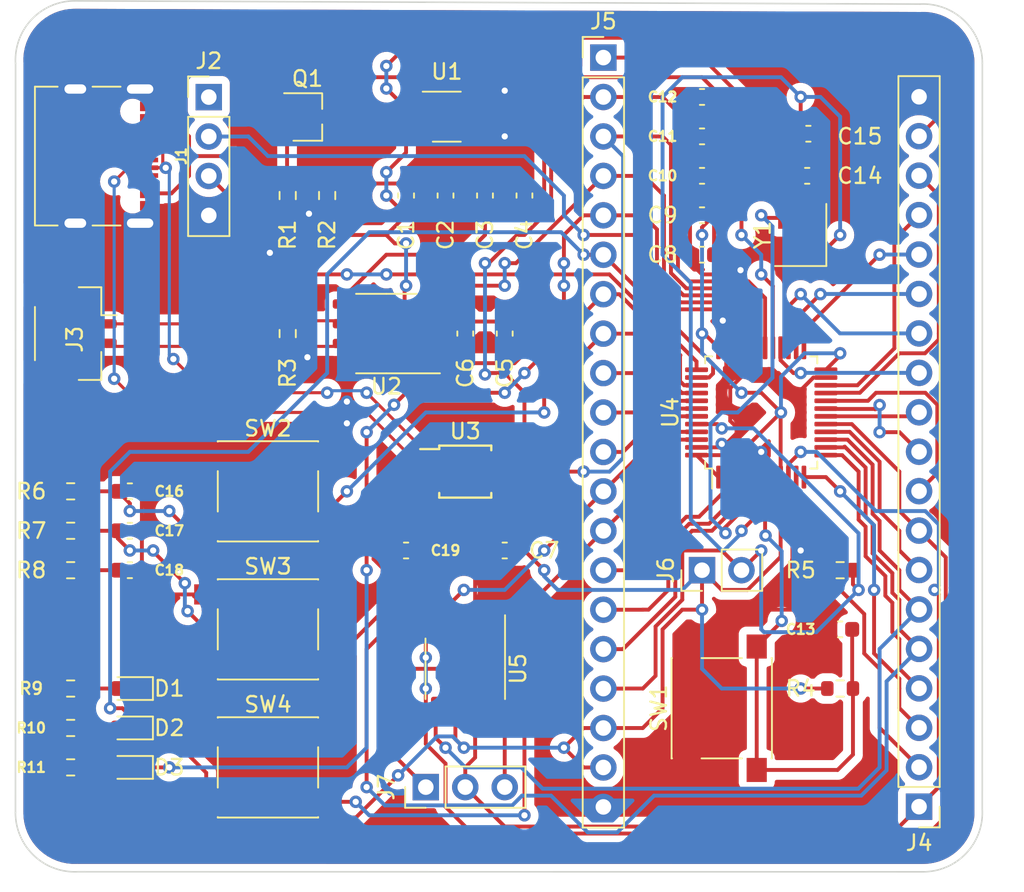
<source format=kicad_pcb>
(kicad_pcb (version 20211014) (generator pcbnew)
  (layers (0 "F.Cu" signal) (31 "B.Cu" signal) (34 "B.Paste" user) (35 "F.Paste" user) (36 "B.SilkS" user "B.Silkscreen") (37 "F.SilkS" user "F.Silkscreen") (38 "B.Mask" user) (39 "F.Mask" user) (44 "Edge.Cuts" user))
  (net 0 "")
  (net 1 "VBUS")
  (net 2 "GND")
  (net 3 "+3V3")
  (net 4 "Net-(C13-Pad1)")
  (net 5 "/STM32_MinimumSystem/OSC_IN")
  (net 6 "/STM32_MinimumSystem/OSC_OUT")
  (net 7 "/STM32_MinimumSystem/PB4")
  (net 8 "/STM32_MinimumSystem/PB8")
  (net 9 "/STM32_MinimumSystem/PB9")
  (net 10 "Net-(D1-Pad2)")
  (net 11 "/STM32_MinimumSystem/PA15")
  (net 12 "Net-(D2-Pad2)")
  (net 13 "/STM32_MinimumSystem/PB3")
  (net 14 "Net-(D3-Pad2)")
  (net 16 "/PORT&POWER/D+")
  (net 17 "/PORT&POWER/D-")
  (net 21 "/PORT&POWER/3V3_Debug")
  (net 22 "/STM32_MinimumSystem/PA13")
  (net 23 "/STM32_MinimumSystem/PA14")
  (net 24 "/PORT&POWER/CAN-")
  (net 25 "/PORT&POWER/CAN+")
  (net 26 "/STM32_MinimumSystem/PA0")
  (net 27 "/STM32_MinimumSystem/PA1")
  (net 28 "/STM32_MinimumSystem/PA2")
  (net 29 "/STM32_MinimumSystem/PA3")
  (net 30 "/STM32_MinimumSystem/PA4")
  (net 31 "/STM32_MinimumSystem/PA5")
  (net 32 "/STM32_MinimumSystem/PA6")
  (net 33 "/STM32_MinimumSystem/PA7")
  (net 34 "/STM32_MinimumSystem/PB2")
  (net 35 "/STM32_MinimumSystem/PB1")
  (net 36 "/STM32_MinimumSystem/PB0")
  (net 37 "/STM32_MinimumSystem/PB15")
  (net 38 "/STM32_MinimumSystem/PB14")
  (net 39 "/STM32_MinimumSystem/PB13")
  (net 40 "/STM32_MinimumSystem/PB12")
  (net 41 "/STM32_MinimumSystem/PB11")
  (net 42 "/STM32_MinimumSystem/PB10")
  (net 43 "/STM32_MinimumSystem/PA8")
  (net 44 "/STM32_MinimumSystem/PA9")
  (net 45 "/STM32_MinimumSystem/PA10")
  (net 46 "/STM32_MinimumSystem/PA11")
  (net 47 "/STM32_MinimumSystem/PA12")
  (net 48 "/STM32_MinimumSystem/PB5")
  (net 49 "/STM32_MinimumSystem/PB6")
  (net 50 "/STM32_MinimumSystem/PB7")
  (net 51 "/STM32_MinimumSystem/PC13")
  (net 52 "/STM32_MinimumSystem/PC14")
  (net 53 "/STM32_MinimumSystem/PC15")
  (net 54 "/STM32_MinimumSystem/BOOTO")
  (net 55 "Net-(Q1-Pad2)")
  (net 56 "/PORT&POWER/3v3_DEBUG")
  (net 61 "Net-(U5-Pad1)")
  (net 62 "Net-(U5-Pad8)")
  (footprint "Button_Switch_SMD:SW_Push_1P1T_NO_6x6mm_H9.5mm" (layer "F.Cu") (at 162.299188 126.63 90)
    (fp_text reference "SW1")
    (fp_text value "SW_Push")
  )
  (footprint "Package_TO_SOT_SMD:SOT-23-5_HandSoldering" (layer "F.Cu") (at 144.599188 88.53)
    (fp_text reference "U1")
    (fp_text value "HX9193")
  )
  (footprint "LED_SMD:LED_0603_1608Metric" (layer "F.Cu") (at 124.199188 125.36 180)
    (fp_text reference "D1")
    (fp_text value "RED")
  )
  (footprint "Resistor_SMD:R_0603_1608Metric" (layer "F.Cu") (at 120.389188 130.44)
    (fp_text reference "R11")
    (fp_text value "1k")
  )
  (footprint "Connector_PinHeader_2.54mm:PinHeader_1x02_P2.54mm_Vertical" (layer "F.Cu") (at 161.029188 117.74 90)
    (fp_text reference "J6")
    (fp_text value "Conn_01x02_Male")
  )
  (footprint "Capacitor_SMD:C_0603_1608Metric" (layer "F.Cu") (at 169.919188 121.55 180)
    (fp_text reference "C13")
    (fp_text value "100n")
  )
  (footprint "Connector_JST:JST_GH_SM02B-GHS-TB_1x02-1MP_P1.25mm_Horizontal" (layer "F.Cu") (at 120.65 102.5 -90)
    (fp_text reference "J3")
    (fp_text value "Conn_01x02_Male")
  )
  (footprint "Button_Switch_SMD:SW_Push_1P1T_NO_6x6mm_H9.5mm" (layer "F.Cu") (at 133.089188 121.55)
    (fp_text reference "SW3")
    (fp_text value "SW_Push")
  )
  (footprint "LED_SMD:LED_0603_1608Metric" (layer "F.Cu") (at 124.199188 130.44 180)
    (fp_text reference "D3")
    (fp_text value "BLUE")
  )
  (footprint "Connector_USB:USB_C_Receptacle_Palconn_UTC16-G" (layer "F.Cu") (at 122.929188 91.07 -90)
    (fp_text reference "J1")
    (fp_text value "USB_C_Receptacle_USB2.0")
  )
  (footprint "Package_QFP:LQFP-48_7x7mm_P0.5mm" (layer "F.Cu") (at 164.839188 107.58 90)
    (fp_text reference "U4")
    (fp_text value "STM32F103C8T6")
  )
  (footprint "Capacitor_SMD:C_0603_1608Metric" (layer "F.Cu") (at 141.979188 116.47)
    (fp_text reference "C19")
    (fp_text value "100n")
  )
  (footprint "Capacitor_SMD:C_0603_1608Metric" (layer "F.Cu") (at 161.029188 94.88 180)
    (fp_text reference "C9")
    (fp_text value "100n")
  )
  (footprint "Resistor_SMD:R_0603_1608Metric" (layer "F.Cu") (at 120.389188 125.36)
    (fp_text reference "R9")
    (fp_text value "1k")
  )
  (footprint "Connector_PinHeader_2.54mm:PinHeader_1x20_P2.54mm_Vertical" (layer "F.Cu") (at 154.679188 84.725)
    (fp_text reference "J5")
    (fp_text value "Conn_01x20_Male")
  )
  (footprint "Capacitor_SMD:C_0603_1608Metric" (layer "F.Cu") (at 141.979188 93.61 90)
    (fp_text reference "C1")
    (fp_text value "10u")
  )
  (footprint "Resistor_SMD:R_0603_1608Metric" (layer "F.Cu") (at 134.359188 93.61 90)
    (fp_text reference "R1")
    (fp_text value "1k")
  )
  (footprint "Resistor_SMD:R_0603_1608Metric" (layer "F.Cu") (at 169.919188 125.36)
    (fp_text reference "R4")
    (fp_text value "10k")
  )
  (footprint "Package_SO:SOIC-8_3.9x4.9mm_P1.27mm" (layer "F.Cu") (at 140.709188 102.5 180)
    (fp_text reference "U2")
    (fp_text value "TJA1051T-3")
  )
  (footprint "Crystal:Crystal_SMD_3225-4Pin_3.2x2.5mm" (layer "F.Cu") (at 167.379188 96.15 90)
    (fp_text reference "Y1")
    (fp_text value "Crystal_GND24")
  )
  (footprint "Capacitor_SMD:C_0603_1608Metric" (layer "F.Cu") (at 161.029188 89.8 180)
    (fp_text reference "C11")
    (fp_text value "100n")
  )
  (footprint "Resistor_SMD:R_0603_1608Metric" (layer "F.Cu") (at 120.389188 127.9)
    (fp_text reference "R10")
    (fp_text value "1k")
  )
  (footprint "Capacitor_SMD:C_0603_1608Metric" (layer "F.Cu") (at 161.029188 97.42 180)
    (fp_text reference "C8")
    (fp_text value "100n")
  )
  (footprint "Resistor_SMD:R_0603_1608Metric" (layer "F.Cu") (at 169.919188 117.74 180)
    (fp_text reference "R5")
    (fp_text value "10k")
  )
  (footprint "Button_Switch_SMD:SW_Push_1P1T_NO_6x6mm_H9.5mm" (layer "F.Cu") (at 133.089188 130.44)
    (fp_text reference "SW4")
    (fp_text value "SW_Push")
  )
  (footprint "Package_TO_SOT_SMD:TSOT-23" (layer "F.Cu") (at 135.629188 88.53)
    (fp_text reference "Q1")
    (fp_text value "Q_PMOS_DGS")
  )
  (footprint "Capacitor_SMD:C_0603_1608Metric" (layer "F.Cu") (at 124.199188 117.74)
    (fp_text reference "C18")
    (fp_text value "100n")
  )
  (footprint "Connector_PinHeader_2.54mm:PinHeader_1x04_P2.54mm_Vertical" (layer "F.Cu") (at 129.279188 87.27)
    (fp_text reference "J2")
    (fp_text value "Conn_01x04_Male")
  )
  (footprint "Resistor_SMD:R_0603_1608Metric" (layer "F.Cu") (at 120.389188 117.74)
    (fp_text reference "R8")
    (fp_text value "1k")
  )
  (footprint "Resistor_SMD:R_0603_1608Metric" (layer "F.Cu") (at 120.389188 115.2)
    (fp_text reference "R7")
    (fp_text value "1k")
  )
  (footprint "Package_SO:MSOP-10_3x3mm_P0.5mm" (layer "F.Cu") (at 145.789188 111.39)
    (fp_text reference "U3")
    (fp_text value "CH340E")
  )
  (footprint "Capacitor_SMD:C_0603_1608Metric" (layer "F.Cu") (at 144.519188 93.61 90)
    (fp_text reference "C2")
    (fp_text value "100n")
  )
  (footprint "Connector_PinHeader_2.54mm:PinHeader_1x19_P2.54mm_Vertical" (layer "F.Cu") (at 174.999188 132.97 180)
    (fp_text reference "J4")
    (fp_text value "Conn_01x19_Male")
  )
  (footprint "Button_Switch_SMD:SW_Push_1P1T_NO_6x6mm_H9.5mm" (layer "F.Cu") (at 133.089188 112.66)
    (fp_text reference "SW2")
    (fp_text value "SW_Push")
  )
  (footprint "Capacitor_SMD:C_0603_1608Metric" (layer "F.Cu") (at 124.199188 112.66)
    (fp_text reference "C16")
    (fp_text value "100n")
  )
  (footprint "Connector_PinHeader_2.54mm:PinHeader_1x03_P2.54mm_Vertical" (layer "F.Cu") (at 143.249188 131.71 90)
    (fp_text reference "J7")
    (fp_text value "Conn_01x03_Male")
  )
  (footprint "Capacitor_SMD:C_0603_1608Metric" (layer "F.Cu") (at 145.789188 102.5 -90)
    (fp_text reference "C6")
    (fp_text value "100n")
  )
  (footprint "Capacitor_SMD:C_0603_1608Metric" (layer "F.Cu") (at 147.059188 93.61 90)
    (fp_text reference "C3")
    (fp_text value "10u")
  )
  (footprint "LED_SMD:LED_0603_1608Metric" (layer "F.Cu") (at 124.199188 127.9 180)
    (fp_text reference "D2")
    (fp_text value "GREEN")
  )
  (footprint "Resistor_SMD:R_0603_1608Metric" (layer "F.Cu") (at 120.389188 112.66)
    (fp_text reference "R6")
    (fp_text value "1k")
  )
  (footprint "Capacitor_SMD:C_0603_1608Metric" (layer "F.Cu") (at 148.329188 116.47 180)
    (fp_text reference "C7")
    (fp_text value "100n")
  )
  (footprint "Capacitor_SMD:C_0603_1608Metric" (layer "F.Cu") (at 161.029188 92.34 180)
    (fp_text reference "C10")
    (fp_text value "100n")
  )
  (footprint "Capacitor_SMD:C_0603_1608Metric" (layer "F.Cu") (at 124.199188 115.2)
    (fp_text reference "C17")
    (fp_text value "100n")
  )
  (footprint "Capacitor_SMD:C_0603_1608Metric" (layer "F.Cu") (at 148.329188 102.5 -90)
    (fp_text reference "C5")
    (fp_text value "100n")
  )
  (footprint "Capacitor_SMD:C_0603_1608Metric" (layer "F.Cu") (at 167.799188 92.34 180)
    (fp_text reference "C14")
    (fp_text value "18P")
  )
  (footprint "Capacitor_SMD:C_0603_1608Metric" (layer "F.Cu") (at 149.599188 93.61 90)
    (fp_text reference "C4")
    (fp_text value "100n")
  )
  (footprint "Resistor_SMD:R_0603_1608Metric" (layer "F.Cu") (at 134.359188 102.5 90)
    (fp_text reference "R3")
    (fp_text value "120")
  )
  (footprint "Resistor_SMD:R_0603_1608Metric" (layer "F.Cu") (at 136.899188 93.61 -90)
    (fp_text reference "R2")
    (fp_text value "1k")
  )
  (footprint "Capacitor_SMD:C_0603_1608Metric" (layer "F.Cu") (at 167.874188 89.63)
    (fp_text reference "C15")
    (fp_text value "18p")
  )
  (footprint "Package_SO:SOP-8_3.9x4.9mm_P1.27mm" (layer "F.Cu") (at 145.789188 124.09 -90)
    (fp_text reference "U5")
    (fp_text value "AD8400ARZ50")
  )
  (footprint "Capacitor_SMD:C_0603_1608Metric" (layer "F.Cu") (at 161.029188 87.26 180)
    (fp_text reference "C12")
    (fp_text value "100n")
  )
  (gr_arc (start 179.07 133.149195) (mid 178.027901 135.975861) (end 175.26 137.165287) (layer "Edge.Cuts") (width 0.1))
  (gr_arc (start 120.850805 137.16) (mid 118.024139 136.117901) (end 116.834713 133.35) (layer "Edge.Cuts") (width 0.1))
  (gr_arc (start 116.84 85.09) (mid 117.882101 82.263337) (end 120.65 81.073908) (layer "Edge.Cuts") (width 0.1))
  (gr_arc (start 175.059195 81.28) (mid 177.885861 82.322099) (end 179.075287 85.09) (layer "Edge.Cuts") (width 0.1))
  (gr_line (start 120.850805 137.16) (end 175.26 137.165287) (layer "Edge.Cuts") (width 0.1))
  (gr_line (start 116.842644 85.09) (end 116.837357 133.35) (layer "Edge.Cuts") (width 0.1))
  (gr_line (start 179.07 133.149195) (end 179.075287 85.09) (layer "Edge.Cuts") (width 0.1))
  (gr_line (start 120.65 81.073908) (end 175.059195 81.28) (layer "Edge.Cuts") (width 0.1))
  (segment locked (start 128.009188 91.07) (end 128.009188 92.34) (width 0.25) (layer "F.Cu") (net 1))
  (segment locked (start 142.974688 83) (end 140.709188 85.2655) (width 0.25) (layer "F.Cu") (net 1))
  (segment locked (start 140.709188 96.15) (end 136.074188 96.15) (width 0.25) (layer "F.Cu") (net 1))
  (segment locked (start 141.574688 87.58) (end 143.249188 87.58) (width 0.25) (layer "F.Cu") (net 1))
  (segment locked (start 126.879188 93.47) (end 125.439188 93.47) (width 0.25) (layer "F.Cu") (net 1))
  (segment locked (start 125.439188 88.67) (end 126.879188 88.67) (width 0.25) (layer "F.Cu") (net 1))
  (segment locked (start 141.884188 99.5095) (end 141.979188 99.4145) (width 0.25) (layer "F.Cu") (net 1))
  (segment locked (start 141.979188 87.82) (end 141.979188 89.24) (width 0.25) (layer "F.Cu") (net 1))
  (segment locked (start 141.254688 96.6955) (end 140.709188 96.15) (width 0.25) (layer "F.Cu") (net 1))
  (segment locked (start 141.979188 94.88) (end 140.709188 96.15) (width 0.25) (layer "F.Cu") (net 1))
  (segment locked (start 141.884188 100.941751) (end 141.884188 99.5095) (width 0.25) (layer "F.Cu") (net 1))
  (segment locked (start 141.979188 94.385) (end 141.484188 94.385) (width 0.25) (layer "F.Cu") (net 1))
  (segment locked (start 176.174188 88.615) (end 176.174188 86.763299) (width 0.25) (layer "F.Cu") (net 1))
  (segment locked (start 145.789188 101.725) (end 143.324188 101.725) (width 0.25) (layer "F.Cu") (net 1))
  (segment locked (start 140.709188 86.7145) (end 141.574688 87.58) (width 0.25) (layer "F.Cu") (net 1))
  (segment locked (start 141.979188 96.6955) (end 141.254688 96.6955) (width 0.25) (layer "F.Cu") (net 1))
  (segment locked (start 126.879188 88.67) (end 128.009188 89.8) (width 0.25) (layer "F.Cu") (net 1))
  (segment locked (start 143.249188 87.58) (end 142.219188 87.58) (width 0.25) (layer "F.Cu") (net 1))
  (segment locked (start 141.979188 90.8405) (end 141.979188 89.24) (width 0.25) (layer "F.Cu") (net 1))
  (segment locked (start 176.174188 86.763299) (end 172.410889 83) (width 0.25) (layer "F.Cu") (net 1))
  (segment locked (start 130.994188 91.07) (end 134.359188 94.435) (width 0.25) (layer "F.Cu") (net 1))
  (segment locked (start 142.219188 89.48) (end 143.249188 89.48) (width 0.25) (layer "F.Cu") (net 1))
  (segment locked (start 128.009188 91.07) (end 130.994188 91.07) (width 0.25) (layer "F.Cu") (net 1))
  (segment locked (start 143.324188 101.725) (end 143.184188 101.865) (width 0.25) (layer "F.Cu") (net 1))
  (segment locked (start 172.410889 83) (end 142.974688 83) (width 0.25) (layer "F.Cu") (net 1))
  (segment locked (start 141.979188 89.24) (end 142.219188 89.48) (width 0.25) (layer "F.Cu") (net 1))
  (segment locked (start 128.009188 92.34) (end 126.879188 93.47) (width 0.25) (layer "F.Cu") (net 1))
  (segment locked (start 141.484188 94.385) (end 140.709188 93.61) (width 0.25) (layer "F.Cu") (net 1))
  (segment locked (start 140.709188 92.1105) (end 141.979188 90.8405) (width 0.25) (layer "F.Cu") (net 1))
  (segment locked (start 142.807437 101.865) (end 141.884188 100.941751) (width 0.25) (layer "F.Cu") (net 1))
  (segment locked (start 128.009188 89.8) (end 128.009188 91.07) (width 0.25) (layer "F.Cu") (net 1))
  (segment locked (start 141.979188 94.385) (end 144.519188 94.385) (width 0.25) (layer "F.Cu") (net 1))
  (segment locked (start 136.074188 96.15) (end 134.359188 94.435) (width 0.25) (layer "F.Cu") (net 1))
  (segment locked (start 142.219188 87.58) (end 141.979188 87.82) (width 0.25) (layer "F.Cu") (net 1))
  (segment locked (start 174.999188 89.79) (end 176.174188 88.615) (width 0.25) (layer "F.Cu") (net 1))
  (segment locked (start 143.184188 101.865) (end 142.807437 101.865) (width 0.25) (layer "F.Cu") (net 1))
  (segment locked (start 141.979188 94.385) (end 141.979188 94.88) (width 0.25) (layer "F.Cu") (net 1))
  (segment locked (start 145.789188 101.725) (end 148.329188 101.725) (width 0.25) (layer "F.Cu") (net 1))
  (via locked (at 141.979188 96.6955) (size 0.8) (drill 0.4) (layers "F.Cu" "B.Cu") (net 1))
  (via locked (at 140.709188 92.1105) (size 0.8) (drill 0.4) (layers "F.Cu" "B.Cu") (net 1))
  (via locked (at 140.709188 93.61) (size 0.8) (drill 0.4) (layers "F.Cu" "B.Cu") (net 1))
  (via locked (at 141.979188 99.4145) (size 0.8) (drill 0.4) (layers "F.Cu" "B.Cu") (net 1))
  (via locked (at 140.709188 85.2655) (size 0.8) (drill 0.4) (layers "F.Cu" "B.Cu") (net 1))
  (via locked (at 140.709188 86.7145) (size 0.8) (drill 0.4) (layers "F.Cu" "B.Cu") (net 1))
  (segment locked (start 140.709188 85.2655) (end 140.709188 86.7145) (width 0.25) (layer "B.Cu") (net 1))
  (segment locked (start 140.709188 93.61) (end 140.709188 92.1105) (width 0.25) (layer "B.Cu") (net 1))
  (segment locked (start 141.979188 99.4145) (end 141.979188 96.6955) (width 0.25) (layer "B.Cu") (net 1))
  (segment locked (start 163.813883 105.04) (end 162.844188 106.009695) (width 0.25) (layer "F.Cu") (net 2))
  (segment (start 140.97 118.11) (end 140.97 119.22) (width 0.25) (layer "F.Cu") (net 2))
  (segment locked (start 130.804588 94.89) (end 133.211888 97.2973) (width 0.25) (layer "F.Cu") (net 2))
  (segment locked (start 124.859188 87.29) (end 125.439188 87.87) (width 0.25) (layer "F.Cu") (net 2))
  (segment locked (start 166.529188 97.25) (end 163.739188 97.25) (width 0.25) (layer "F.Cu") (net 2))
  (segment locked (start 145.789188 103.275) (end 143.324188 103.275) (width 0.25) (layer "F.Cu") (net 2))
  (segment locked (start 138.234188 104.405) (end 138.859188 103.78) (width 0.25) (layer "F.Cu") (net 2))
  (segment locked (start 124.986688 125.36) (end 126.739188 125.36) (width 0.25) (layer "F.Cu") (net 2))
  (segment locked (start 163.739188 97.25) (end 162.934188 98.055) (width 0.25) (layer "F.Cu") (net 2))
  (segment locked (start 169.929188 87.25) (end 174.999188 87.25) (width 0.25) (layer "F.Cu") (net 2))
  (segment locked (start 169.094188 117.74) (end 168.649188 117.74) (width 0.25) (layer "F.Cu") (net 2))
  (segment locked (start 138.169188 104.47) (end 138.169188 106.8805) (width 0.25) (layer "F.Cu") (net 2))
  (segment locked (start 138.169188 108.2795) (end 137.064188 109.3845) (width 0.25) (layer "F.Cu") (net 2))
  (segment locked (start 136.553987 94.780201) (end 136.899188 94.435) (width 0.25) (layer "F.Cu") (net 2))
  (segment (start 169.929188 87.25) (end 168.768376 87.25) (width 0.25) (layer "F.Cu") (net 2))
  (segment locked (start 149.599188 88.53) (end 149.599188 91.07) (width 0.25) (layer "F.Cu") (net 2))
  (segment locked (start 127.224188 110.41) (end 129.114188 110.41) (width 0.25) (layer "F.Cu") (net 2))
  (segment locked (start 136.009688 104.405) (end 135.629188 104.0245) (width 0.25) (layer "F.Cu") (net 2))
  (segment locked (start 151.734688 83.45) (end 148.329188 86.8555) (width 0.25) (layer "F.Cu") (net 2))
  (segment locked (start 124.859188 95.39) (end 124.859188 94.85) (width 0.25) (layer "F.Cu") (net 2))
  (segment locked (start 164.839188 110.12) (end 165.589188 110.87) (width 0.25) (layer "F.Cu") (net 2))
  (segment locked (start 165.589188 110.87) (end 165.589188 111.7425) (width 0.25) (layer "F.Cu") (net 2))
  (segment locked (start 160.049188 131.42) (end 160.049188 130.605) (width 0.25) (layer "F.Cu") (net 2))
  (segment locked (start 161.029188 98.69) (end 160.254188 97.915) (width 0.25) (layer "F.Cu") (net 2))
  (segment (start 140.97 119.22) (end 140.89 119.3) (width 0.25) (layer "F.Cu") (net 2))
  (segment locked (start 129.279188 94.89) (end 130.804588 94.89) (width 0.25) (layer "F.Cu") (net 2))
  (segment (start 162.364688 101.6645) (end 162.364688 102.110989) (width 0.25) (layer "F.Cu") (net 2))
  (segment locked (start 162.299188 98.69) (end 161.029188 98.69) (width 0.25) (layer "F.Cu") (net 2))
  (segment locked (start 124.974188 112.66) (end 127.224188 110.41) (width 0.25) (layer "F.Cu") (net 2))
  (segment locked (start 168.198503 105.33) (end 167.218503 106.31) (width 0.25) (layer "F.Cu") (net 2))
  (segment locked (start 129.114188 128.19) (end 137.064188 128.19) (width 0.25) (layer "F.Cu") (net 2))
  (segment locked (start 162.573688 109.6055) (end 162.299188 109.6055) (width 0.25) (layer "F.Cu") (net 2))
  (segment (start 162.589188 103.4175) (end 162.589188 102.335489) (width 0.25) (layer "F.Cu") (net 2))
  (segment locked (start 163.25099 108.531802) (end 163.25099 108.928198) (width 0.25) (layer "F.Cu") (net 2))
  (segment locked (start 162.844188 106.009695) (end 162.844188 108.125) (width 0.25) (layer "F.Cu") (net 2))
  (segment locked (start 149.599188 91.07) (end 149.599188 92.835) (width 0.25) (layer "F.Cu") (net 2))
  (segment locked (start 142.754188 116.965) (end 142.754188 116.47) (width 0.25) (layer "F.Cu") (net 2))
  (segment (start 141.34 111.39) (end 139.889188 112.840812) (width 0.25) (layer "F.Cu") (net 2))
  (segment locked (start 141.689188 119.3) (end 142.754188 118.235) (width 0.25) (layer "F.Cu") (net 2))
  (segment (start 168.649188 87.369188) (end 168.649188 85.97) (width 0.25) (layer "F.Cu") (net 2))
  (segment locked (start 158.484188 132.985) (end 160.049188 131.42) (width 0.25) (layer "F.Cu") (net 2))
  (segment locked (start 128.659188 94.27) (end 129.279188 94.89) (width 0.25) (layer "F.Cu") (net 2))
  (segment locked (start 124.986688 120.8475) (end 126.534188 119.3) (width 0.25) (layer "F.Cu") (net 2))
  (segment locked (start 145.789188 103.275) (end 148.329188 103.275) (width 0.25) (layer "F.Cu") (net 2))
  (segment locked (start 120.689188 95.39) (end 124.859188 95.39) (width 0.25) (layer "F.Cu") (net 2))
  (segment locked (start 160.049188 122.655) (end 160.049188 130.605) (width 0.25) (layer "F.Cu") (net 2))
  (segment locked (start 124.974188 112.66) (end 124.974188 117.74) (width 0.25) (layer "F.Cu") (net 2))
  (segment locked (start 137.064188 109.3845) (end 137.064188 110.41) (width 0.25) (layer "F.Cu") (net 2))
  (segment locked (start 167.218503 106.31) (end 165.948503 105.04) (width 0.25) (layer "F.Cu") (net 2))
  (segment locked (start 168.649188 89.63) (end 168.649188 88.53) (width 0.25) (layer "F.Cu") (net 2))
  (segment locked (start 143.249188 88.53) (end 149.599188 88.53) (width 0.25) (layer "F.Cu") (net 2))
  (segment locked (start 162.299188 120.28) (end 160.049188 122.53) (width 0.25) (layer "F.Cu") (net 2))
  (segment locked (start 136.899188 94.435) (end 138.499188 92.835) (width 0.25) (layer "F.Cu") (net 2))
  (segment locked (start 163.146389 98.055) (end 162.934188 98.055) (width 0.25) (layer "F.Cu") (net 2))
  (segment locked (start 167.379188 120.28) (end 162.299188 120.28) (width 0.25) (layer "F.Cu") (net 2))
  (segment locked (start 162.074688 109.83) (end 162.299188 109.6055) (width 0.25) (layer "F.Cu") (net 2))
  (segment locked (start 124.986688 125.36) (end 124.986688 120.8475) (width 0.25) (layer "F.Cu") (net 2))
  (segment (start 168.649188 88.53) (end 168.649188 87.369188) (width 0.25) (layer "F.Cu") (net 2))
  (segment (start 143.589188 111.39) (end 141.34 111.39) (width 0.25) (layer "F.Cu") (net 2))
  (segment locked (start 125.439188 94.27) (end 128.659188 94.27) (width 0.25) (layer "F.Cu") (net 2))
  (segment locked (start 143.249188 116.47) (end 147.554188 116.47) (width 0.25) (layer "F.Cu") (net 2))
  (segment locked (start 120.689188 86.75) (end 124.859188 86.75) (width 0.25) (layer "F.Cu") (net 2))
  (segment locked (start 138.499188 92.835) (end 141.979188 92.835) (width 0.25) (layer "F.Cu") (net 2))
  (segment locked (start 124.859188 86.75) (end 124.859188 87.29) (width 0.25) (layer "F.Cu") (net 2))
  (segment locked (start 159.759188 83.45) (end 151.734688 83.45) (width 0.25) (layer "F.Cu") (net 2))
  (segment (start 139.889188 117.029188) (end 140.97 118.11) (width 0.25) (layer "F.Cu") (net 2))
  (segment (start 162.364688 102.110989) (end 162.589188 102.335489) (width 0.25) (layer "F.Cu") (net 2))
  (segment locked (start 163.25099 108.928198) (end 162.573688 109.6055) (width 0.25) (layer "F.Cu") (net 2))
  (segment locked (start 166.529188 97) (end 166.529188 97.25) (width 0.25) (layer "F.Cu") (net 2))
  (segment locked (start 124.859188 94.85) (end 125.439188 94.27) (width 0.25) (layer "F.Cu") (net 2))
  (segment locked (start 166.129188 83.45) (end 159.759188 83.45) (width 0.25) (layer "F.Cu") (net 2))
  (segment locked (start 135.728987 94.780201) (end 136.553987 94.780201) (width 0.25) (layer "F.Cu") (net 2))
  (segment locked (start 162.934188 98.055) (end 162.299188 98.69) (width 0.25) (layer "F.Cu") (net 2))
  (segment locked (start 138.234188 104.405) (end 138.169188 104.47) (width 0.25) (layer "F.Cu") (net 2))
  (segment (start 168.768376 87.25) (end 168.649188 87.369188) (width 0.25) (layer "F.Cu") (net 2))
  (segment locked (start 124.974188 117.74) (end 126.534188 119.3) (width 0.25) (layer "F.Cu") (net 2))
  (segment locked (start 143.324188 103.275) (end 143.184188 103.135) (width 0.25) (layer "F.Cu") (net 2))
  (segment locked (start 126.534188 119.3) (end 129.114188 119.3) (width 0.25) (layer "F.Cu") (net 2))
  (segment locked (start 154.679188 132.985) (end 158.484188 132.985) (width 0.25) (layer "F.Cu") (net 2))
  (segment locked (start 169.094188 121.5) (end 169.094188 117.74) (width 0.25) (layer "F.Cu") (net 2))
  (segment locked (start 129.114188 110.41) (end 137.064188 110.41) (width 0.25) (layer "F.Cu") (net 2))
  (segment (start 168.649188 85.97) (end 166.129188 83.45) (width 0.25) (layer "F.Cu") (net 2))
  (segment locked (start 129.114188 119.3) (end 137.064188 119.3) (width 0.25) (layer "F.Cu") (net 2))
  (segment locked (start 126.739188 125.36) (end 129.114188 127.735) (width 0.25) (layer "F.Cu") (net 2))
  (segment locked (start 168.649188 121.55) (end 167.379188 120.28) (width 0.25) (layer "F.Cu") (net 2))
  (segment locked (start 138.859188 103.78) (end 142.539188 103.78) (width 0.25) (layer "F.Cu") (net 2))
  (segment locked (start 169.144188 121.55) (end 169.094188 121.5) (width 0.25) (layer "F.Cu") (net 2))
  (segment locked (start 162.844188 108.125) (end 163.25099 108.531802) (width 0.25) (layer "F.Cu") (net 2))
  (segment (start 139.889188 112.840812) (end 139.889188 117.029188) (width 0.25) (layer "F.Cu") (net 2))
  (segment locked (start 160.254188 97.915) (end 160.254188 97.42) (width 0.25) (layer "F.Cu") (net 2))
  (segment locked (start 162.589188 105.754695) (end 162.844188 106.009695) (width 0.25) (layer "F.Cu") (net 2))
  (segment locked (start 147.554188 116.47) (end 146.424188 117.6) (width 0.25) (layer "F.Cu") (net 2))
  (segment locked (start 142.754188 118.235) (end 142.754188 116.965) (width 0.25) (layer "F.Cu") (net 2))
  (segment locked (start 146.424188 117.6) (end 146.424188 121.465) (width 0.25) (layer "F.Cu") (net 2))
  (segment locked (start 169.144188 121.55) (end 168.649188 121.55) (width 0.25) (layer "F.Cu") (net 2))
  (segment locked (start 169.001688 105.33) (end 168.198503 105.33) (width 0.25) (layer "F.Cu") (net 2))
  (segment locked (start 149.599188 92.835) (end 141.979188 92.835) (width 0.25) (layer "F.Cu") (net 2))
  (segment locked (start 168.649188 117.74) (end 167.379188 116.47) (width 0.25) (layer "F.Cu") (net 2))
  (segment locked (start 162.589188 103.4175) (end 162.589188 105.754695) (width 0.25) (layer "F.Cu") (net 2))
  (segment locked (start 165.948503 105.04) (end 163.813883 105.04) (width 0.25) (layer "F.Cu") (net 2))
  (segment locked (start 160.254188 87.26) (end 160.254188 97.42) (width 0.25) (layer "F.Cu") (net 2))
  (segment (start 137.064188 119.3) (end 140.89 119.3) (width 0.25) (layer "F.Cu") (net 2))
  (segment locked (start 142.754188 116.965) (end 143.249188 116.47) (width 0.25) (layer "F.Cu") (net 2))
  (segment (start 140.89 119.3) (end 141.689188 119.3) (width 0.25) (layer "F.Cu") (net 2))
  (segment locked (start 120.689188 86.75) (end 120.689188 95.39) (width 0.25) (layer "F.Cu") (net 2))
  (segment locked (start 142.539188 103.78) (end 143.184188 103.135) (width 0.25) (layer "F.Cu") (net 2))
  (segment locked (start 129.114188 127.735) (end 129.114188 128.19) (width 0.25) (layer "F.Cu") (net 2))
  (segment locked (start 160.676688 109.83) (end 162.074688 109.83) (width 0.25) (layer "F.Cu") (net 2))
  (segment locked (start 163.506889 98.4155) (end 163.146389 98.055) (width 0.25) (layer "F.Cu") (net 2))
  (segment locked (start 148.329188 89.8) (end 149.599188 91.07) (width 0.25) (layer "F.Cu") (net 2))
  (segment locked (start 168.649188 94.88) (end 166.529188 97) (width 0.25) (layer "F.Cu") (net 2))
  (segment locked (start 168.649188 89.63) (end 168.649188 94.88) (width 0.25) (layer "F.Cu") (net 2))
  (segment locked (start 160.049188 122.53) (end 160.049188 122.655) (width 0.25) (layer "F.Cu") (net 2))
  (segment locked (start 138.234188 104.405) (end 136.009688 104.405) (width 0.25) (layer "F.Cu") (net 2))
  (via locked (at 135.728987 94.780201) (size 0.8) (drill 0.4) (layers "F.Cu" "B.Cu") (net 2))
  (via (at 138.169188 108.2795) (size 0.8) (drill 0.4) (layers "F.Cu" "B.Cu") (net 2))
  (via (at 138.169188 106.8805) (size 0.8) (drill 0.4) (layers "F.Cu" "B.Cu") (net 2))
  (via (at 162.364688 101.6645) (size 0.8) (drill 0.4) (layers "F.Cu" "B.Cu") (net 2))
  (via locked (at 167.379188 116.47) (size 0.8) (drill 0.4) (layers "F.Cu" "B.Cu") (net 2))
  (via locked (at 163.506889 98.4155) (size 0.8) (drill 0.4) (layers "F.Cu" "B.Cu") (net 2))
  (via locked (at 148.329188 86.8555) (size 0.8) (drill 0.4) (layers "F.Cu" "B.Cu") (net 2))
  (via locked (at 133.211888 97.2973) (size 0.8) (drill 0.4) (layers "F.Cu" "B.Cu") (net 2))
  (via locked (at 164.839188 110.12) (size 0.8) (drill 0.4) (layers "F.Cu" "B.Cu") (net 2))
  (via locked (at 162.299188 109.6055) (size 0.8) (drill 0.4) (layers "F.Cu" "B.Cu") (net 2))
  (via locked (at 135.629188 104.0245) (size 0.8) (drill 0.4) (layers "F.Cu" "B.Cu") (net 2))
  (via locked (at 148.329188 89.8) (size 0.8) (drill 0.4) (layers "F.Cu" "B.Cu") (net 2))
  (segment locked (start 135.629188 99.7146) (end 133.211888 97.2973) (width 0.25) (layer "B.Cu") (net 2))
  (segment (start 138.169188 106.8805) (end 138.169188 108.2795) (width 0.25) (layer "B.Cu") (net 2))
  (segment locked (start 167.379188 112.66) (end 164.839188 110.12) (width 0.25) (layer "B.Cu") (net 2))
  (segment locked (start 167.379188 116.47) (end 167.379188 112.66) (width 0.25) (layer "B.Cu") (net 2))
  (segment locked (start 162.364688 99.557701) (end 163.506889 98.4155) (width 0.25) (layer "B.Cu") (net 2))
  (segment locked (start 133.211888 97.2973) (end 135.728987 94.780201) (width 0.25) (layer "B.Cu") (net 2))
  (segment locked (start 162.299188 109.6055) (end 162.813688 110.12) (width 0.25) (layer "B.Cu") (net 2))
  (segment (start 162.364688 99.557701) (end 162.364688 101.6645) (width 0.25) (layer "B.Cu") (net 2))
  (segment locked (start 162.813688 110.12) (end 164.839188 110.12) (width 0.25) (layer "B.Cu") (net 2))
  (segment locked (start 135.629188 104.0245) (end 135.629188 99.7146) (width 0.25) (layer "B.Cu") (net 2))
  (segment locked (start 148.329188 86.8555) (end 148.329188 89.8) (width 0.25) (layer "B.Cu") (net 2))
  (segment locked (start 154.679188 127.905) (end 157.214188 127.905) (width 0.25) (layer "F.Cu") (net 3))
  (segment locked (start 149.104188 116.47) (end 149.599188 116.47) (width 0.25) (layer "F.Cu") (net 3))
  (segment locked (start 166.089188 107.6) (end 166.109188 107.58) (width 0.25) (layer "F.Cu") (net 3))
  (segment locked (start 145.154188 128.6245) (end 145.699688 129.17) (width 0.25) (layer "F.Cu") (net 3))
  (segment locked (start 169.919188 103.77) (end 169.919188 103.9125) (width 0.25) (layer "F.Cu") (net 3))
  (segment locked (start 159.759188 120.28) (end 161.029188 120.28) (width 0.25) (layer "F.Cu") (net 3))
  (segment locked (start 162.089188 111.7425) (end 161.382938 111.03625) (width 0.25) (layer "F.Cu") (net 3))
  (segment locked (start 119.564188 130.44) (end 120.834188 131.71) (width 0.25) (layer "F.Cu") (net 3))
  (segment locked (start 166.089188 111.7425) (end 166.089188 107.6) (width 0.25) (layer "F.Cu") (net 3))
  (segment locked (start 140.709188 97.42) (end 138.234188 99.895) (width 0.25) (layer "F.Cu") (net 3))
  (segment locked (start 149.104188 112.165) (end 148.829188 111.89) (width 0.25) (layer "F.Cu") (net 3))
  (segment locked (start 152.139188 129.17) (end 153.404188 127.905) (width 0.25) (layer "F.Cu") (net 3))
  (segment locked (start 146.964188 111.865) (end 146.989188 111.89) (width 0.25) (layer "F.Cu") (net 3))
  (segment locked (start 166.089188 116.881701) (end 163.960889 119.01) (width 0.25) (layer "F.Cu") (net 3))
  (segment locked (start 146.989188 110.39) (end 146.964188 110.415) (width 0.25) (layer "F.Cu") (net 3))
  (segment locked (start 161.029188 102.5) (end 161.171688 102.5) (width 0.25) (layer "F.Cu") (net 3))
  (segment locked (start 166.089188 111.7425) (end 166.089188 116.881701) (width 0.25) (layer "F.Cu") (net 3))
  (segment locked (start 119.564188 112.66) (end 119.564188 117.74) (width 0.25) (layer "F.Cu") (net 3))
  (segment locked (start 147.989188 110.39) (end 146.989188 110.39) (width 0.25) (layer "F.Cu") (net 3))
  (segment locked (start 163.960889 119.01) (end 162.299188 119.01) (width 0.25) (layer "F.Cu") (net 3))
  (segment locked (start 161.029188 95.655) (end 161.804188 94.88) (width 0.25) (layer "F.Cu") (net 3))
  (segment locked (start 161.029188 120.28) (end 161.029188 117.74) (width 0.25) (layer "F.Cu") (net 3))
  (segment locked (start 162.299188 119.01) (end 161.029188 117.74) (width 0.25) (layer "F.Cu") (net 3))
  (segment locked (start 153.414188 130.445) (end 154.679188 130.445) (width 0.25) (layer "F.Cu") (net 3))
  (segment locked (start 153.409188 85.99) (end 150.869188 88.53) (width 0.25) (layer "F.Cu") (net 3))
  (segment locked (start 149.919188 87.58) (end 150.869188 88.53) (width 0.25) (layer "F.Cu") (net 3))
  (segment locked (start 147.059188 94.385) (end 149.599188 94.385) (width 0.25) (layer "F.Cu") (net 3))
  (segment locked (start 144.519188 85.99) (end 135.629188 85.99) (width 0.25) (layer "F.Cu") (net 3))
  (segment locked (start 145.949188 87.58) (end 145.949188 87.42) (width 0.25) (layer "F.Cu") (net 3))
  (segment locked (start 145.789188 97.42) (end 140.709188 97.42) (width 0.25) (layer "F.Cu") (net 3))
  (segment locked (start 141.204188 115.975) (end 141.979188 115.2) (width 0.25) (layer "F.Cu") (net 3))
  (segment locked (start 147.059188 94.385) (end 147.059188 96.15) (width 0.25) (layer "F.Cu") (net 3))
  (segment locked (start 125.469188 131.71) (end 127.424188 133.665) (width 0.25) (layer "F.Cu") (net 3))
  (segment locked (start 157.214188 127.905) (end 158.489188 126.63) (width 0.25) (layer "F.Cu") (net 3))
  (segment locked (start 152.139188 129.17) (end 153.414188 130.445) (width 0.25) (layer "F.Cu") (net 3))
  (segment locked (start 169.094188 125.36) (end 167.379188 125.36) (width 0.25) (layer "F.Cu") (net 3))
  (segment locked (start 145.154188 126.715) (end 145.154188 128.6245) (width 0.25) (layer "F.Cu") (net 3))
  (segment locked (start 161.804188 86.765) (end 161.029188 85.99) (width 0.25) (layer "F.Cu") (net 3))
  (segment locked (start 134.319188 87.3) (end 134.319188 87.58) (width 0.25) (layer "F.Cu") (net 3))
  (segment locked (start 146.989188 111.89) (end 147.989188 111.89) (width 0.25) (layer "F.Cu") (net 3))
  (segment locked (start 161.804188 87.26) (end 161.804188 97.42) (width 0.25) (layer "F.Cu") (net 3))
  (segment locked (start 135.629188 85.99) (end 134.319188 87.3) (width 0.25) (layer "F.Cu") (net 3))
  (segment locked (start 147.059188 96.15) (end 145.789188 97.42) (width 0.25) (layer "F.Cu") (net 3))
  (segment locked (start 120.834188 131.71) (end 125.469188 131.71) (width 0.25) (layer "F.Cu") (net 3))
  (segment locked (start 153.404188 127.905) (end 154.679188 127.905) (width 0.25) (layer "F.Cu") (net 3))
  (segment locked (start 127.424188 133.665) (end 138.754188 133.665) (width 0.25) (layer "F.Cu") (net 3))
  (segment locked (start 149.104188 116.47) (end 149.104188 112.165) (width 0.25) (layer "F.Cu") (net 3))
  (segment locked (start 149.599188 116.47) (end 150.869188 117.74) (width 0.25) (layer "F.Cu") (net 3))
  (segment locked (start 161.804188 87.26) (end 161.804188 86.765) (width 0.25) (layer "F.Cu") (net 3))
  (segment locked (start 158.489188 121.55) (end 159.759188 120.28) (width 0.25) (layer "F.Cu") (net 3))
  (segment locked (start 166.109188 107.58) (end 163.359188 110.33) (width 0.25) (layer "F.Cu") (net 3))
  (segment locked (start 161.382938 111.03625) (end 160.676688 110.33) (width 0.25) (layer "F.Cu") (net 3))
  (segment locked (start 141.204188 116.47) (end 141.204188 115.975) (width 0.25) (layer "F.Cu") (net 3))
  (segment locked (start 119.564188 125.36) (end 119.564188 117.74) (width 0.25) (layer "F.Cu") (net 3))
  (segment locked (start 150.094188 94.385) (end 149.599188 94.385) (width 0.25) (layer "F.Cu") (net 3))
  (segment locked (start 164.839188 106.31) (end 163.569188 106.31) (width 0.25) (layer "F.Cu") (net 3))
  (segment locked (start 150.869188 93.61) (end 150.094188 94.385) (width 0.25) (layer "F.Cu") (net 3))
  (segment locked (start 138.234188 99.895) (end 138.234188 100.595) (width 0.25) (layer "F.Cu") (net 3))
  (segment locked (start 161.029188 96.15) (end 161.029188 95.655) (width 0.25) (layer "F.Cu") (net 3))
  (segment locked (start 145.949188 87.58) (end 149.919188 87.58) (width 0.25) (layer "F.Cu") (net 3))
  (segment locked (start 161.171688 102.5) (end 162.089188 103.4175) (width 0.25) (layer "F.Cu") (net 3))
  (segment locked (start 169.919188 103.9125) (end 169.001688 104.83) (width 0.25) (layer "F.Cu") (net 3))
  (segment locked (start 148.829188 111.89) (end 147.989188 111.89) (width 0.25) (layer "F.Cu") (net 3))
  (segment locked (start 119.564188 130.44) (end 119.564188 125.36) (width 0.25) (layer "F.Cu") (net 3))
  (segment locked (start 147.834188 115.2) (end 149.104188 116.47) (width 0.25) (layer "F.Cu") (net 3))
  (segment locked (start 141.979188 115.2) (end 147.834188 115.2) (width 0.25) (layer "F.Cu") (net 3))
  (segment locked (start 146.964188 110.415) (end 146.964188 111.865) (width 0.25) (layer "F.Cu") (net 3))
  (segment locked (start 158.489188 126.63) (end 158.489188 121.55) (width 0.25) (layer "F.Cu") (net 3))
  (segment locked (start 166.109188 107.58) (end 164.839188 106.31) (width 0.25) (layer "F.Cu") (net 3))
  (segment locked (start 163.359188 110.33) (end 160.676688 110.33) (width 0.25) (layer "F.Cu") (net 3))
  (segment locked (start 161.029188 85.99) (end 153.409188 85.99) (width 0.25) (layer "F.Cu") (net 3))
  (segment locked (start 138.754188 133.665) (end 141.466888 130.9523) (width 0.25) (layer "F.Cu") (net 3))
  (segment locked (start 145.949188 87.42) (end 144.519188 85.99) (width 0.25) (layer "F.Cu") (net 3))
  (segment locked (start 150.869188 88.53) (end 150.869188 93.61) (width 0.25) (layer "F.Cu") (net 3))
  (via locked (at 167.379188 125.36) (size 0.8) (drill 0.4) (layers "F.Cu" "B.Cu") (net 3))
  (via locked (at 161.029188 102.5) (size 0.8) (drill 0.4) (layers "F.Cu" "B.Cu") (net 3))
  (via locked (at 169.919188 103.77) (size 0.8) (drill 0.4) (layers "F.Cu" "B.Cu") (net 3))
  (via locked (at 150.869188 117.74) (size 0.8) (drill 0.4) (layers "F.Cu" "B.Cu") (net 3))
  (via locked (at 145.699688 129.17) (size 0.8) (drill 0.4) (layers "F.Cu" "B.Cu") (net 3))
  (via locked (at 161.029188 120.28) (size 0.8) (drill 0.4) (layers "F.Cu" "B.Cu") (net 3))
  (via locked (at 161.029188 96.15) (size 0.8) (drill 0.4) (layers "F.Cu" "B.Cu") (net 3))
  (via locked (at 166.109188 107.58) (size 0.8) (drill 0.4) (layers "F.Cu" "B.Cu") (net 3))
  (via locked (at 163.569188 106.31) (size 0.8) (drill 0.4) (layers "F.Cu" "B.Cu") (net 3))
  (via locked (at 152.139188 129.17) (size 0.8) (drill 0.4) (layers "F.Cu" "B.Cu") (net 3))
  (via locked (at 141.466888 130.9523) (size 0.8) (drill 0.4) (layers "F.Cu" "B.Cu") (net 3))
  (segment locked (start 151.742487 119.01) (end 159.759188 119.01) (width 0.25) (layer "B.Cu") (net 3))
  (segment locked (start 161.029188 102.5) (end 161.029188 96.15) (width 0.25) (layer "B.Cu") (net 3))
  (segment locked (start 150.869188 117.74) (end 150.869188 118.136701) (width 0.25) (layer "B.Cu") (net 3))
  (segment locked (start 141.466888 130.9523) (end 143.974188 128.445) (width 0.25) (layer "B.Cu") (net 3))
  (segment locked (start 167.623883 103.77) (end 169.919188 103.77) (width 0.25) (layer "B.Cu") (net 3))
  (segment locked (start 166.109188 107.58) (end 166.109188 105.284695) (width 0.25) (layer "B.Cu") (net 3))
  (segment locked (start 144.974688 128.445) (end 145.699688 129.17) (width 0.25) (layer "B.Cu") (net 3))
  (segment locked (start 161.029188 124.09) (end 161.029188 120.28) (width 0.25) (layer "B.Cu") (net 3))
  (segment locked (start 167.379188 125.36) (end 162.299188 125.36) (width 0.25) (layer "B.Cu") (net 3))
  (segment locked (start 145.699688 129.17) (end 152.139188 129.17) (width 0.25) (layer "B.Cu") (net 3))
  (segment locked (start 162.299188 125.36) (end 161.029188 124.09) (width 0.25) (layer "B.Cu") (net 3))
  (segment locked (start 143.974188 128.445) (end 144.974688 128.445) (width 0.25) (layer "B.Cu") (net 3))
  (segment locked (start 150.869188 118.136701) (end 151.742487 119.01) (width 0.25) (layer "B.Cu") (net 3))
  (segment locked (start 161.029188 103.77) (end 161.029188 102.5) (width 0.25) (layer "B.Cu") (net 3))
  (segment locked (start 163.569188 106.31) (end 161.029188 103.77) (width 0.25) (layer "B.Cu") (net 3))
  (segment locked (start 166.109188 105.284695) (end 167.623883 103.77) (width 0.25) (layer "B.Cu") (net 3))
  (segment locked (start 159.759188 119.01) (end 161.029188 117.74) (width 0.25) (layer "B.Cu") (net 3))
  (segment (start 165.089188 112.545685) (end 165.089188 115.481794) (width 0.25) (layer "F.Cu") (net 4))
  (segment locked (start 170.744188 125.36) (end 170.744188 129.615) (width 0.25) (layer "F.Cu") (net 4))
  (segment locked (start 166.155767 121.048421) (end 164.549188 122.655) (width 0.25) (layer "F.Cu") (net 4))
  (segment locked (start 170.744188 129.615) (end 169.754188 130.605) (width 0.25) (layer "F.Cu") (net 4))
  (segment locked (start 164.549188 122.655) (end 164.549188 130.605) (width 0.25) (layer "F.Cu") (net 4))
  (segment locked (start 166.155767 121.0045) (end 166.155767 121.048421) (width 0.25) (layer "F.Cu") (net 4))
  (segment (start 165.089188 115.481794) (end 165.117389 115.509995) (width 0.25) (layer "F.Cu") (net 4))
  (segment locked (start 165.089188 111.7425) (end 165.089188 112.545685) (width 0.25) (layer "F.Cu") (net 4))
  (segment locked (start 170.694188 121.55) (end 170.694188 125.31) (width 0.25) (layer "F.Cu") (net 4))
  (segment locked (start 170.694188 125.31) (end 170.744188 125.36) (width 0.25) (layer "F.Cu") (net 4))
  (segment locked (start 169.754188 130.605) (end 164.549188 130.605) (width 0.25) (layer "F.Cu") (net 4))
  (via locked (at 166.155767 121.0045) (size 0.8) (drill 0.4) (layers "F.Cu" "B.Cu") (net 4))
  (via (at 165.117389 115.509995) (size 0.8) (drill 0.4) (layers "F.Cu" "B.Cu") (net 4))
  (segment (start 165.149183 115.509995) (end 166.155767 116.516579) (width 0.25) (layer "B.Cu") (net 4))
  (segment (start 165.117389 115.509995) (end 165.149183 115.509995) (width 0.25) (layer "B.Cu") (net 4))
  (segment locked (start 166.155767 121.0045) (end 166.155767 116.516579) (width 0.25) (layer "B.Cu") (net 4))
  (segment locked (start 162.450034 115.350846) (end 162.539336 115.350846) (width 0.25) (layer "F.Cu") (net 5))
  (segment locked (start 164.089188 111.7425) (end 164.089188 113.412792) (width 0.25) (layer "F.Cu") (net 5))
  (segment locked (start 162.300584 115.201396) (end 162.450034 115.350846) (width 0.25) (layer "F.Cu") (net 5))
  (segment locked (start 166.529188 92.835) (end 166.529188 95.05) (width 0.25) (layer "F.Cu") (net 5))
  (segment locked (start 167.024188 92.34) (end 166.529188 92.835) (width 0.25) (layer "F.Cu") (net 5))
  (segment locked (start 166.529188 95.05) (end 165.009188 95.05) (width 0.25) (layer "F.Cu") (net 5))
  (segment locked (start 165.009188 95.05) (end 164.839188 94.88) (width 0.25) (layer "F.Cu") (net 5))
  (segment locked (start 164.089188 113.412792) (end 162.300584 115.201396) (width 0.25) (layer "F.Cu") (net 5))
  (via locked (at 164.839188 94.88) (size 0.8) (drill 0.4) (layers "F.Cu" "B.Cu") (net 5))
  (via locked (at 162.539336 115.350846) (size 0.8) (drill 0.4) (layers "F.Cu" "B.Cu") (net 5))
  (segment locked (start 163.324493 107.58) (end 165.564188 105.340305) (width 0.25) (layer "B.Cu") (net 5))
  (segment locked (start 162.539336 115.350846) (end 161.574188 114.385698) (width 0.25) (layer "B.Cu") (net 5))
  (segment locked (start 161.574188 114.385698) (end 161.574188 108.305692) (width 0.25) (layer "B.Cu") (net 5))
  (segment locked (start 165.564188 95.605) (end 164.839188 94.88) (width 0.25) (layer "B.Cu") (net 5))
  (segment locked (start 161.574188 108.305692) (end 162.29988 107.58) (width 0.25) (layer "B.Cu") (net 5))
  (segment locked (start 162.29988 107.58) (end 163.324493 107.58) (width 0.25) (layer "B.Cu") (net 5))
  (segment locked (start 165.564188 105.340305) (end 165.564188 95.605) (width 0.25) (layer "B.Cu") (net 5))
  (segment locked (start 164.589188 114.18) (end 163.569188 115.2) (width 0.25) (layer "F.Cu") (net 6))
  (segment locked (start 168.819188 97.25) (end 169.919188 96.15) (width 0.25) (layer "F.Cu") (net 6))
  (segment locked (start 164.589188 111.7425) (end 164.589188 114.18) (width 0.25) (layer "F.Cu") (net 6))
  (segment locked (start 167.379188 89.35) (end 167.099188 89.63) (width 0.25) (layer "F.Cu") (net 6))
  (segment locked (start 168.229188 97.25) (end 168.819188 97.25) (width 0.25) (layer "F.Cu") (net 6))
  (segment locked (start 167.379188 87.26) (end 167.379188 89.35) (width 0.25) (layer "F.Cu") (net 6))
  (via locked (at 163.569188 115.2) (size 0.8) (drill 0.4) (layers "F.Cu" "B.Cu") (net 6))
  (via locked (at 167.379188 87.26) (size 0.8) (drill 0.4) (layers "F.Cu" "B.Cu") (net 6))
  (via locked (at 169.919188 96.15) (size 0.8) (drill 0.4) (layers "F.Cu" "B.Cu") (net 6))
  (segment locked (start 169.919188 88.53) (end 168.649188 87.26) (width 0.25) (layer "B.Cu") (net 6))
  (segment locked (start 160.304188 114.475) (end 160.304188 99.235) (width 0.25) (layer "B.Cu") (net 6))
  (segment locked (start 158.489188 87.26) (end 159.759188 85.99) (width 0.25) (layer "B.Cu") (net 6))
  (segment locked (start 169.919188 96.15) (end 169.919188 88.53) (width 0.25) (layer "B.Cu") (net 6))
  (segment locked (start 162.299188 116.47) (end 160.304188 114.475) (width 0.25) (layer "B.Cu") (net 6))
  (segment locked (start 162.445487 116.47) (end 162.299188 116.47) (width 0.25) (layer "B.Cu") (net 6))
  (segment locked (start 163.569188 115.346299) (end 162.445487 116.47) (width 0.25) (layer "B.Cu") (net 6))
  (segment locked (start 159.759188 85.99) (end 166.109188 85.99) (width 0.25) (layer "B.Cu") (net 6))
  (segment locked (start 168.649188 87.26) (end 167.379188 87.26) (width 0.25) (layer "B.Cu") (net 6))
  (segment locked (start 160.304188 99.235) (end 158.489188 97.42) (width 0.25) (layer "B.Cu") (net 6))
  (segment locked (start 163.569188 115.2) (end 163.569188 115.346299) (width 0.25) (layer "B.Cu") (net 6))
  (segment locked (start 166.109188 85.99) (end 167.379188 87.26) (width 0.25) (layer "B.Cu") (net 6))
  (segment locked (start 158.489188 97.42) (end 158.489188 87.26) (width 0.25) (layer "B.Cu") (net 6))
  (segment locked (start 154.679188 102.505) (end 157.214188 102.505) (width 0.25) (layer "F.Cu") (net 7))
  (segment locked (start 129.114188 114.91) (end 127.719188 114.91) (width 0.25) (layer "F.Cu") (net 7))
  (segment locked (start 124.199188 113.93) (end 124.199188 113.435) (width 0.25) (layer "F.Cu") (net 7))
  (segment locked (start 157.219188 102.5) (end 159.164188 104.445) (width 0.25) (layer "F.Cu") (net 7))
  (segment locked (start 150.869188 106.315) (end 150.869188 107.58) (width 0.25) (layer "F.Cu") (net 7))
  (segment locked (start 154.679188 102.505) (end 150.869188 106.315) (width 0.25) (layer "F.Cu") (net 7))
  (segment locked (start 124.199188 113.435) (end 123.424188 112.66) (width 0.25) (layer "F.Cu") (net 7))
  (segment locked (start 159.164188 105.757081) (end 159.164188 104.445) (width 0.25) (layer "F.Cu") (net 7))
  (segment locked (start 137.064188 113.765) (end 137.064188 114.91) (width 0.25) (layer "F.Cu") (net 7))
  (segment locked (start 160.676688 106.33) (end 159.737107 106.33) (width 0.25) (layer "F.Cu") (net 7))
  (segment locked (start 123.424188 112.66) (end 121.214188 112.66) (width 0.25) (layer "F.Cu") (net 7))
  (segment locked (start 138.169188 112.66) (end 137.064188 113.765) (width 0.25) (layer "F.Cu") (net 7))
  (segment locked (start 129.114188 114.91) (end 137.064188 114.91) (width 0.25) (layer "F.Cu") (net 7))
  (segment locked (start 157.214188 102.505) (end 157.219188 102.5) (width 0.25) (layer "F.Cu") (net 7))
  (segment locked (start 159.737107 106.33) (end 159.164188 105.757081) (width 0.25) (layer "F.Cu") (net 7))
  (segment locked (start 127.719188 114.91) (end 126.739188 113.93) (width 0.25) (layer "F.Cu") (net 7))
  (via locked (at 126.739188 113.93) (size 0.8) (drill 0.4) (layers "F.Cu" "B.Cu") (net 7))
  (via locked (at 124.199188 113.93) (size 0.8) (drill 0.4) (layers "F.Cu" "B.Cu") (net 7))
  (via locked (at 150.869188 107.58) (size 0.8) (drill 0.4) (layers "F.Cu" "B.Cu") (net 7))
  (via locked (at 138.169188 112.66) (size 0.8) (drill 0.4) (layers "F.Cu" "B.Cu") (net 7))
  (segment locked (start 143.249188 107.58) (end 141.979188 108.85) (width 0.25) (layer "B.Cu") (net 7))
  (segment locked (start 141.979188 108.85) (end 138.169188 112.66) (width 0.25) (layer "B.Cu") (net 7))
  (segment locked (start 126.739188 113.93) (end 124.199188 113.93) (width 0.25) (layer "B.Cu") (net 7))
  (segment locked (start 150.869188 107.58) (end 143.249188 107.58) (width 0.25) (layer "B.Cu") (net 7))
  (segment locked (start 127.915276 120.373912) (end 129.114188 121.572824) (width 0.25) (layer "F.Cu") (net 8))
  (segment locked (start 141.114188 119.75) (end 144.959688 119.75) (width 0.25) (layer "F.Cu") (net 8))
  (segment locked (start 150.869188 116.47) (end 150.874188 116.47) (width 0.25) (layer "F.Cu") (net 8))
  (segment locked (start 158.514188 108.83) (end 160.676688 108.83) (width 0.25) (layer "F.Cu") (net 8))
  (segment locked (start 129.114188 121.572824) (end 129.114188 123.8) (width 0.25) (layer "F.Cu") (net 8))
  (segment locked (start 150.874188 116.47) (end 154.679188 112.665) (width 0.25) (layer "F.Cu") (net 8))
  (segment locked (start 144.959688 119.75) (end 145.699688 119.01) (width 0.25) (layer "F.Cu") (net 8))
  (segment locked (start 129.114188 123.8) (end 137.064188 123.8) (width 0.25) (layer "F.Cu") (net 8))
  (segment locked (start 123.424188 115.2) (end 121.214188 115.2) (width 0.25) (layer "F.Cu") (net 8))
  (segment locked (start 125.698688 116.47) (end 125.698688 116.534502) (width 0.25) (layer "F.Cu") (net 8))
  (segment locked (start 125.698688 116.534502) (end 127.739686 118.5755) (width 0.25) (layer "F.Cu") (net 8))
  (segment locked (start 123.424188 115.695) (end 124.199188 116.47) (width 0.25) (layer "F.Cu") (net 8))
  (segment locked (start 123.424188 115.2) (end 123.424188 115.695) (width 0.25) (layer "F.Cu") (net 8))
  (segment locked (start 154.679188 112.665) (end 158.514188 108.83) (width 0.25) (layer "F.Cu") (net 8))
  (segment locked (start 137.064188 123.8) (end 141.114188 119.75) (width 0.25) (layer "F.Cu") (net 8))
  (via locked (at 145.699688 119.01) (size 0.8) (drill 0.4) (layers "F.Cu" "B.Cu") (net 8))
  (via locked (at 127.915276 120.373912) (size 0.8) (drill 0.4) (layers "F.Cu" "B.Cu") (net 8))
  (via locked (at 125.698688 116.47) (size 0.8) (drill 0.4) (layers "F.Cu" "B.Cu") (net 8))
  (via locked (at 150.869188 116.47) (size 0.8) (drill 0.4) (layers "F.Cu" "B.Cu") (net 8))
  (via locked (at 124.199188 116.47) (size 0.8) (drill 0.4) (layers "F.Cu" "B.Cu") (net 8))
  (via locked (at 127.739686 118.5755) (size 0.8) (drill 0.4) (layers "F.Cu" "B.Cu") (net 8))
  (segment locked (start 127.739686 120.198322) (end 127.915276 120.373912) (width 0.25) (layer "B.Cu") (net 8))
  (segment locked (start 127.739686 118.5755) (end 127.739686 120.198322) (width 0.25) (layer "B.Cu") (net 8))
  (segment locked (start 145.699688 119.01) (end 148.329188 119.01) (width 0.25) (layer "B.Cu") (net 8))
  (segment locked (start 148.329188 119.01) (end 150.869188 116.47) (width 0.25) (layer "B.Cu") (net 8))
  (segment locked (start 124.199188 116.47) (end 125.698688 116.47) (width 0.25) (layer "B.Cu") (net 8))
  (segment locked (start 138.737899 132.656691) (end 137.097497 132.656691) (width 0.25) (layer "F.Cu") (net 9))
  (segment locked (start 158.650584 109.33) (end 160.676688 109.33) (width 0.25) (layer "F.Cu") (net 9))
  (segment locked (start 156.269886 111.710698) (end 158.650584 109.33) (width 0.25) (layer "F.Cu") (net 9))
  (segment locked (start 129.114188 130.783521) (end 129.114188 132.69) (width 0.25) (layer "F.Cu") (net 9))
  (segment locked (start 154.679188 115.205) (end 149.599188 120.285) (width 0.25) (layer "F.Cu") (net 9))
  (segment locked (start 129.114188 132.69) (end 137.064188 132.69) (width 0.25) (layer "F.Cu") (net 9))
  (segment locked (start 124.224188 118.54) (end 124.224188 125.893521) (width 0.25) (layer "F.Cu") (net 9))
  (segment locked (start 124.224188 125.893521) (end 129.114188 130.783521) (width 0.25) (layer "F.Cu") (net 9))
  (segment locked (start 149.599188 120.285) (end 149.599188 133.5255) (width 0.25) (layer "F.Cu") (net 9))
  (segment locked (start 137.097497 132.656691) (end 137.064188 132.69) (width 0.25) (layer "F.Cu") (net 9))
  (segment locked (start 156.269886 113.614302) (end 156.269886 111.710698) (width 0.25) (layer "F.Cu") (net 9))
  (segment locked (start 123.424188 117.74) (end 121.214188 117.74) (width 0.25) (layer "F.Cu") (net 9))
  (segment locked (start 123.424188 117.74) (end 124.224188 118.54) (width 0.25) (layer "F.Cu") (net 9))
  (segment locked (start 154.679188 115.205) (end 156.269886 113.614302) (width 0.25) (layer "F.Cu") (net 9))
  (via locked (at 149.599188 133.5255) (size 0.8) (drill 0.4) (layers "F.Cu" "B.Cu") (net 9))
  (via locked (at 138.737899 132.656691) (size 0.8) (drill 0.4) (layers "F.Cu" "B.Cu") (net 9))
  (segment locked (start 139.606708 133.5255) (end 138.737899 132.656691) (width 0.25) (layer "B.Cu") (net 9))
  (segment locked (start 149.599188 133.5255) (end 139.606708 133.5255) (width 0.25) (layer "B.Cu") (net 9))
  (segment locked (start 123.411688 125.36) (end 121.214188 125.36) (width 0.25) (layer "F.Cu") (net 10))
  (segment locked (start 161.029188 103.77) (end 161.739188 104.48) (width 0.25) (layer "F.Cu") (net 11))
  (segment locked (start 154.679188 97.425) (end 153.414188 97.425) (width 0.25) (layer "F.Cu") (net 11))
  (segment locked (start 122.929188 126.63) (end 123.716688 126.63) (width 0.25) (layer "F.Cu") (net 11))
  (segment locked (start 161.739188 104.48) (end 161.739188 105.070685) (width 0.25) (layer "F.Cu") (net 11))
  (segment locked (start 154.679188 97.425) (end 161.024188 103.77) (width 0.25) (layer "F.Cu") (net 11))
  (segment locked (start 161.479873 105.33) (end 160.676688 105.33) (width 0.25) (layer "F.Cu") (net 11))
  (segment locked (start 123.716688 126.63) (end 124.986688 127.9) (width 0.25) (layer "F.Cu") (net 11))
  (segment locked (start 153.414188 97.425) (end 153.409188 97.42) (width 0.25) (layer "F.Cu") (net 11))
  (segment locked (start 161.024188 103.77) (end 161.029188 103.77) (width 0.25) (layer "F.Cu") (net 11))
  (segment locked (start 161.739188 105.070685) (end 161.479873 105.33) (width 0.25) (layer "F.Cu") (net 11))
  (via locked (at 153.409188 97.42) (size 0.8) (drill 0.4) (layers "F.Cu" "B.Cu") (net 11))
  (via locked (at 122.929188 126.63) (size 0.8) (drill 0.4) (layers "F.Cu" "B.Cu") (net 11))
  (segment locked (start 153.409188 97.42) (end 151.959688 95.9705) (width 0.25) (layer "B.Cu") (net 11))
  (segment locked (start 124.199188 110.12) (end 122.929188 111.39) (width 0.25) (layer "B.Cu") (net 11))
  (segment locked (start 136.899188 105.04) (end 131.819188 110.12) (width 0.25) (layer "B.Cu") (net 11))
  (segment locked (start 139.618688 95.9705) (end 136.899188 98.69) (width 0.25) (layer "B.Cu") (net 11))
  (segment locked (start 131.819188 110.12) (end 124.199188 110.12) (width 0.25) (layer "B.Cu") (net 11))
  (segment locked (start 136.899188 98.69) (end 136.899188 105.04) (width 0.25) (layer "B.Cu") (net 11))
  (segment locked (start 122.929188 111.39) (end 122.929188 126.63) (width 0.25) (layer "B.Cu") (net 11))
  (segment locked (start 151.959688 95.9705) (end 139.618688 95.9705) (width 0.25) (layer "B.Cu") (net 11))
  (segment locked (start 123.411688 127.9) (end 121.214188 127.9) (width 0.25) (layer "F.Cu") (net 12))
  (segment locked (start 139.439188 108.85) (end 139.439188 117.74) (width 0.25) (layer "F.Cu") (net 13))
  (segment locked (start 155.704493 99.965) (end 159.634341 103.894848) (width 0.25) (layer "F.Cu") (net 13))
  (segment locked (start 159.614188 103.915001) (end 159.614188 105.570685) (width 0.25) (layer "F.Cu") (net 13))
  (segment locked (start 159.634341 103.894848) (end 159.614188 103.915001) (width 0.25) (layer "F.Cu") (net 13))
  (segment locked (start 126.739188 130.44) (end 124.986688 130.44) (width 0.25) (layer "F.Cu") (net 13))
  (segment locked (start 141.979188 106.31) (end 141.20381 107.085378) (width 0.25) (layer "F.Cu") (net 13))
  (segment locked (start 148.329188 106.31) (end 141.979188 106.31) (width 0.25) (layer "F.Cu") (net 13))
  (segment locked (start 149.604188 105.04) (end 149.599188 105.04) (width 0.25) (layer "F.Cu") (net 13))
  (segment locked (start 159.873503 105.83) (end 160.676688 105.83) (width 0.25) (layer "F.Cu") (net 13))
  (segment locked (start 154.679188 99.965) (end 149.604188 105.04) (width 0.25) (layer "F.Cu") (net 13))
  (segment locked (start 154.679188 99.965) (end 155.704493 99.965) (width 0.25) (layer "F.Cu") (net 13))
  (segment locked (start 159.614188 105.570685) (end 159.873503 105.83) (width 0.25) (layer "F.Cu") (net 13))
  (via locked (at 141.20381 107.085378) (size 0.8) (drill 0.4) (layers "F.Cu" "B.Cu") (net 13))
  (via locked (at 149.599188 105.04) (size 0.8) (drill 0.4) (layers "F.Cu" "B.Cu") (net 13))
  (via locked (at 139.439188 117.74) (size 0.8) (drill 0.4) (layers "F.Cu" "B.Cu") (net 13))
  (via locked (at 139.439188 108.85) (size 0.8) (drill 0.4) (layers "F.Cu" "B.Cu") (net 13))
  (via locked (at 148.329188 106.31) (size 0.8) (drill 0.4) (layers "F.Cu" "B.Cu") (net 13))
  (via locked (at 126.739188 130.44) (size 0.8) (drill 0.4) (layers "F.Cu" "B.Cu") (net 13))
  (segment locked (start 139.439188 129.17) (end 138.169188 130.44) (width 0.25) (layer "B.Cu") (net 13))
  (segment locked (start 139.439188 117.74) (end 139.439188 129.17) (width 0.25) (layer "B.Cu") (net 13))
  (segment locked (start 141.20381 107.085378) (end 139.439188 108.85) (width 0.25) (layer "B.Cu") (net 13))
  (segment locked (start 149.599188 105.04) (end 148.329188 106.31) (width 0.25) (layer "B.Cu") (net 13))
  (segment locked (start 138.169188 130.44) (end 126.739188 130.44) (width 0.25) (layer "B.Cu") (net 13))
  (segment locked (start 123.411688 130.44) (end 121.214188 130.44) (width 0.25) (layer "F.Cu") (net 14))
  (segment locked (start 126.269188 90.82) (end 125.439188 90.82) (width 0.2) (layer "F.Cu") (net 16))
  (segment locked (start 126.319188 90.87) (end 126.269188 90.82) (width 0.2) (layer "F.Cu") (net 16))
  (segment locked (start 139.439188 106.31) (end 143.519188 110.39) (width 0.2) (layer "F.Cu") (net 16))
  (segment (start 136.899188 106.31) (end 129.17 106.31) (width 0.2) (layer "F.Cu") (net 16))
  (segment locked (start 125.439188 91.82) (end 126.269188 91.82) (width 0.2) (layer "F.Cu") (net 16))
  (segment locked (start 143.519188 110.39) (end 143.589188 110.39) (width 0.2) (layer "F.Cu") (net 16))
  (segment locked (start 125.439188 91.82) (end 126.504939 91.82) (width 0.2) (layer "F.Cu") (net 16))
  (segment locked (start 126.269188 91.82) (end 126.319188 91.77) (width 0.2) (layer "F.Cu") (net 16))
  (segment locked (start 126.504939 91.82) (end 126.508345 91.823406) (width 0.2) (layer "F.Cu") (net 16))
  (segment (start 129.17 106.31) (end 127 104.14) (width 0.2) (layer "F.Cu") (net 16))
  (segment locked (start 126.319188 91.77) (end 126.319188 90.87) (width 0.2) (layer "F.Cu") (net 16))
  (via locked (at 139.439188 106.31) (size 0.8) (drill 0.4) (layers "F.Cu" "B.Cu") (net 16))
  (via locked (at 136.899188 106.31) (size 0.8) (drill 0.4) (layers "F.Cu" "B.Cu") (net 16))
  (via locked (at 126.508345 91.823406) (size 0.8) (drill 0.4) (layers "F.Cu" "B.Cu") (net 16))
  (via (at 127 104.14) (size 0.8) (drill 0.4) (layers "F.Cu" "B.Cu") (net 16))
  (segment locked (start 137.028688 106.1805) (end 139.309688 106.1805) (width 0.2) (layer "B.Cu") (net 16))
  (segment (start 126.739188 103.879188) (end 127 104.14) (width 0.2) (layer "B.Cu") (net 16))
  (segment locked (start 126.508345 91.823406) (end 126.739188 92.054249) (width 0.2) (layer "B.Cu") (net 16))
  (segment (start 126.739188 96.15) (end 126.739188 103.879188) (width 0.2) (layer "B.Cu") (net 16))
  (segment locked (start 126.739188 92.054249) (end 126.739188 96.15) (width 0.2) (layer "B.Cu") (net 16))
  (segment locked (start 136.899188 106.31) (end 137.028688 106.1805) (width 0.2) (layer "B.Cu") (net 16))
  (segment locked (start 139.309688 106.1805) (end 139.439188 106.31) (width 0.2) (layer "B.Cu") (net 16))
  (segment (start 123.19 92.71) (end 124.58 91.32) (width 0.2) (layer "F.Cu") (net 17))
  (segment locked (start 139.439188 107.58) (end 142.749188 110.89) (width 0.2) (layer "F.Cu") (net 17))
  (segment locked (start 124.609188 90.32) (end 125.439188 90.32) (width 0.2) (layer "F.Cu") (net 17))
  (segment (start 124.46 106.68) (end 123.19 105.41) (width 0.2) (layer "F.Cu") (net 17))
  (segment (start 125.36 107.58) (end 124.46 106.68) (width 0.2) (layer "F.Cu") (net 17))
  (segment (start 139.439188 107.58) (end 125.36 107.58) (width 0.2) (layer "F.Cu") (net 17))
  (segment locked (start 142.749188 110.89) (end 143.589188 110.89) (width 0.2) (layer "F.Cu") (net 17))
  (segment locked (start 124.609188 91.32) (end 124.559188 91.27) (width 0.2) (layer "F.Cu") (net 17))
  (segment locked (start 124.559188 90.37) (end 124.609188 90.32) (width 0.2) (layer "F.Cu") (net 17))
  (segment locked (start 124.559188 91.27) (end 124.559188 90.37) (width 0.2) (layer "F.Cu") (net 17))
  (segment (start 124.58 91.32) (end 125.439188 91.32) (width 0.2) (layer "F.Cu") (net 17))
  (segment locked (start 125.439188 91.32) (end 124.609188 91.32) (width 0.2) (layer "F.Cu") (net 17))
  (via (at 123.19 105.41) (size 0.8) (drill 0.4) (layers "F.Cu" "B.Cu") (net 17))
  (via (at 123.19 92.71) (size 0.8) (drill 0.4) (layers "F.Cu" "B.Cu") (net 17))
  (segment (start 123.19 105.41) (end 123.19 92.71) (width 0.2) (layer "B.Cu") (net 17))
  (segment locked (start 157.679188 96.15) (end 157.679188 99.155584) (width 0.25) (layer "F.Cu") (net 22))
  (segment locked (start 163.089188 100.99) (end 163.139188 100.94) (width 0.25) (layer "F.Cu") (net 22))
  (segment locked (start 157.679188 99.155584) (end 159.463604 100.94) (width 0.25) (layer "F.Cu") (net 22))
  (segment locked (start 159.463604 100.94) (end 163.139188 100.94) (width 0.25) (layer "F.Cu") (net 22))
  (segment locked (start 163.089188 103.4175) (end 163.089188 100.99) (width 0.25) (layer "F.Cu") (net 22))
  (segment locked (start 153.409188 96.15) (end 157.679188 96.15) (width 0.25) (layer "F.Cu") (net 22))
  (via locked (at 153.409188 96.15) (size 0.8) (drill 0.4) (layers "F.Cu" "B.Cu") (net 22))
  (segment locked (start 152.139188 94.88) (end 152.139188 93.61) (width 0.25) (layer "B.Cu") (net 22))
  (segment locked (start 152.139188 93.61) (end 149.599188 91.07) (width 0.25) (layer "B.Cu") (net 22))
  (segment locked (start 153.409188 96.15) (end 152.139188 94.88) (width 0.25) (layer "B.Cu") (net 22))
  (segment locked (start 149.599188 91.07) (end 133.089188 91.07) (width 0.25) (layer "B.Cu") (net 22))
  (segment locked (start 133.089188 91.07) (end 131.819188 89.8) (width 0.25) (layer "B.Cu") (net 22))
  (segment locked (start 131.819188 89.8) (end 131.809188 89.81) (width 0.25) (layer "B.Cu") (net 22))
  (segment locked (start 131.809188 89.81) (end 129.279188 89.81) (width 0.25) (layer "B.Cu") (net 22))
  (segment locked (start 133.089188 96.15) (end 133.079188 96.15) (width 0.25) (layer "F.Cu") (net 23))
  (segment locked (start 135.629188 98.69) (end 133.089188 96.15) (width 0.25) (layer "F.Cu") (net 23))
  (segment locked (start 160.676688 104.83) (end 160.676688 104.300799) (width 0.25) (layer "F.Cu") (net 23))
  (segment locked (start 138.169188 98.69) (end 135.629188 98.69) (width 0.25) (layer "F.Cu") (net 23))
  (segment locked (start 155.065889 98.69) (end 140.709188 98.69) (width 0.25) (layer "F.Cu") (net 23))
  (segment locked (start 160.676688 104.300799) (end 155.065889 98.69) (width 0.25) (layer "F.Cu") (net 23))
  (segment locked (start 133.079188 96.15) (end 129.279188 92.35) (width 0.25) (layer "F.Cu") (net 23))
  (via locked (at 140.709188 98.69) (size 0.8) (drill 0.4) (layers "F.Cu" "B.Cu") (net 23))
  (via locked (at 138.169188 98.69) (size 0.8) (drill 0.4) (layers "F.Cu" "B.Cu") (net 23))
  (segment locked (start 140.709188 98.69) (end 138.169188 98.69) (width 0.25) (layer "B.Cu") (net 23))
  (segment (start 122.5 101.875) (end 129.859188 101.875) (width 0.2) (layer "F.Cu") (net 24))
  (segment locked (start 134.359188 101.675) (end 138.044188 101.675) (width 0.2) (layer "F.Cu") (net 24))
  (segment locked (start 134.359188 101.675) (end 134.159188 101.875) (width 0.2) (layer "F.Cu") (net 24))
  (segment locked (start 138.044188 101.675) (end 138.234188 101.865) (width 0.2) (layer "F.Cu") (net 24))
  (segment locked (start 134.159188 101.875) (end 129.859188 101.875) (width 0.2) (layer "F.Cu") (net 24))
  (segment (start 122.7 103.325) (end 122.5 103.125) (width 0.2) (layer "F.Cu") (net 25))
  (segment locked (start 134.359188 103.325) (end 130.059188 103.325) (width 0.2) (layer "F.Cu") (net 25))
  (segment (start 130.059188 103.325) (end 122.7 103.325) (width 0.2) (layer "F.Cu") (net 25))
  (segment locked (start 134.359188 103.325) (end 138.044188 103.325) (width 0.2) (layer "F.Cu") (net 25))
  (segment locked (start 138.044188 103.325) (end 138.234188 103.135) (width 0.2) (layer "F.Cu") (net 25))
  (segment locked (start 167.379188 110.12) (end 166.589188 110.91) (width 0.25) (layer "F.Cu") (net 26))
  (segment locked (start 174.999188 132.97) (end 174.999188 132.98) (width 0.25) (layer "F.Cu") (net 26))
  (segment locked (start 175.994688 119.01) (end 176.269188 119.2845) (width 0.25) (layer "F.Cu") (net 26))
  (segment locked (start 174.999188 132.97) (end 176.269188 131.7) (width 0.25) (layer "F.Cu") (net 26))
  (segment locked (start 166.589188 110.91) (end 166.589188 111.7425) (width 0.25) (layer "F.Cu") (net 26))
  (segment locked (start 146.424188 126.715) (end 146.424188 129.805) (width 0.25) (layer "F.Cu") (net 26))
  (segment locked (start 146.424188 129.805) (end 145.789188 130.44) (width 0.25) (layer "F.Cu") (net 26))
  (segment locked (start 176.269188 119.2845) (end 176.269188 131.71) (width 0.25) (layer "F.Cu") (net 26))
  (segment locked (start 173.729188 134.25) (end 148.329188 134.25) (width 0.25) (layer "F.Cu") (net 26))
  (segment locked (start 176.269188 131.71) (end 175.009188 132.97) (width 0.25) (layer "F.Cu") (net 26))
  (segment locked (start 175.009188 132.97) (end 174.999188 132.97) (width 0.25) (layer "F.Cu") (net 26))
  (segment locked (start 145.789188 130.44) (end 145.789188 131.71) (width 0.25) (layer "F.Cu") (net 26))
  (segment locked (start 148.329188 134.25) (end 145.789188 131.71) (width 0.25) (layer "F.Cu") (net 26))
  (segment locked (start 174.999188 132.98) (end 173.729188 134.25) (width 0.25) (layer "F.Cu") (net 26))
  (via locked (at 167.379188 110.12) (size 0.8) (drill 0.4) (layers "F.Cu" "B.Cu") (net 26))
  (via locked (at 175.994688 119.01) (size 0.8) (drill 0.4) (layers "F.Cu" "B.Cu") (net 26))
  (segment locked (start 176.269188 118.7355) (end 175.994688 119.01) (width 0.25) (layer "B.Cu") (net 26))
  (segment locked (start 176.269188 116.47) (end 176.269188 114.798299) (width 0.25) (layer "B.Cu") (net 26))
  (segment locked (start 176.269188 114.798299) (end 175.400889 113.93) (width 0.25) (layer "B.Cu") (net 26))
  (segment locked (start 175.400889 113.93) (end 172.214493 113.93) (width 0.25) (layer "B.Cu") (net 26))
  (segment locked (start 168.404493 110.12) (end 167.379188 110.12) (width 0.25) (layer "B.Cu") (net 26))
  (segment locked (start 176.269188 116.47) (end 176.269188 118.7355) (width 0.25) (layer "B.Cu") (net 26))
  (segment locked (start 172.214493 113.93) (end 168.404493 110.12) (width 0.25) (layer "B.Cu") (net 26))
  (segment locked (start 172.457792 127.888604) (end 172.457792 124.091396) (width 0.25) (layer "F.Cu") (net 27))
  (segment locked (start 167.089188 113.64) (end 167.089188 111.7425) (width 0.25) (layer "F.Cu") (net 27))
  (segment locked (start 172.457792 124.091396) (end 171.469188 123.102792) (width 0.25) (layer "F.Cu") (net 27))
  (segment locked (start 174.999188 130.43) (end 172.457792 127.888604) (width 0.25) (layer "F.Cu") (net 27))
  (segment locked (start 171.469188 120.56) (end 169.919188 119.01) (width 0.25) (layer "F.Cu") (net 27))
  (segment locked (start 171.469188 123.102792) (end 171.469188 120.56) (width 0.25) (layer "F.Cu") (net 27))
  (segment locked (start 169.919188 116.47) (end 167.089188 113.64) (width 0.25) (layer "F.Cu") (net 27))
  (segment locked (start 169.919188 119.01) (end 169.919188 116.47) (width 0.25) (layer "F.Cu") (net 27))
  (segment locked (start 172.104688 123.101896) (end 172.104688 119.01) (width 0.25) (layer "F.Cu") (net 28))
  (segment locked (start 169.919188 112.66) (end 169.001688 111.7425) (width 0.25) (layer "F.Cu") (net 28))
  (segment locked (start 169.001688 111.7425) (end 167.589188 111.7425) (width 0.25) (layer "F.Cu") (net 28))
  (segment locked (start 173.729188 126.63) (end 173.729188 125.36) (width 0.25) (layer "F.Cu") (net 28))
  (segment locked (start 173.739188 126.63) (end 173.729188 126.63) (width 0.25) (layer "F.Cu") (net 28))
  (segment locked (start 173.729188 124.726396) (end 173.279188 124.276396) (width 0.25) (layer "F.Cu") (net 28))
  (segment locked (start 173.729188 125.36) (end 173.729188 124.726396) (width 0.25) (layer "F.Cu") (net 28))
  (segment locked (start 174.999188 127.89) (end 173.739188 126.63) (width 0.25) (layer "F.Cu") (net 28))
  (segment locked (start 173.279188 124.276396) (end 172.104688 123.101896) (width 0.25) (layer "F.Cu") (net 28))
  (via locked (at 169.919188 112.66) (size 0.8) (drill 0.4) (layers "F.Cu" "B.Cu") (net 28))
  (via locked (at 172.104688 119.01) (size 0.8) (drill 0.4) (layers "F.Cu" "B.Cu") (net 28))
  (segment locked (start 172.104688 119.01) (end 172.104688 114.8455) (width 0.25) (layer "B.Cu") (net 28))
  (segment locked (start 172.104688 114.8455) (end 169.919188 112.66) (width 0.25) (layer "B.Cu") (net 28))
  (segment locked (start 171.559188 116.842792) (end 171.559188 114.939188) (width 0.25) (layer "F.Cu") (net 29))
  (segment locked (start 173.279188 119.832792) (end 172.829188 119.382792) (width 0.25) (layer "F.Cu") (net 29))
  (segment locked (start 173.729188 124.09) (end 173.729188 122.176396) (width 0.25) (layer "F.Cu") (net 29))
  (segment locked (start 174.999188 125.35) (end 173.739188 124.09) (width 0.25) (layer "F.Cu") (net 29))
  (segment locked (start 171.559188 114.939188) (end 171.109188 114.489188) (width 0.25) (layer "F.Cu") (net 29))
  (segment locked (start 171.109188 111.39) (end 170.049188 110.33) (width 0.25) (layer "F.Cu") (net 29))
  (segment locked (start 172.829188 119.382792) (end 172.829188 118.112792) (width 0.25) (layer "F.Cu") (net 29))
  (segment locked (start 170.049188 110.33) (end 169.001688 110.33) (width 0.25) (layer "F.Cu") (net 29))
  (segment locked (start 173.279188 121.726396) (end 173.279188 119.832792) (width 0.25) (layer "F.Cu") (net 29))
  (segment locked (start 171.109188 114.489188) (end 171.109188 111.39) (width 0.25) (layer "F.Cu") (net 29))
  (segment locked (start 172.829188 118.112792) (end 171.559188 116.842792) (width 0.25) (layer "F.Cu") (net 29))
  (segment locked (start 173.739188 124.09) (end 173.729188 124.09) (width 0.25) (layer "F.Cu") (net 29))
  (segment locked (start 173.729188 122.176396) (end 173.279188 121.726396) (width 0.25) (layer "F.Cu") (net 29))
  (segment locked (start 144.519188 120.28) (end 145.154188 120.915) (width 0.25) (layer "F.Cu") (net 30))
  (segment locked (start 145.154188 120.915) (end 145.154188 121.465) (width 0.25) (layer "F.Cu") (net 30))
  (segment locked (start 172.009188 116.656396) (end 173.279188 117.926396) (width 0.25) (layer "F.Cu") (net 30))
  (segment locked (start 172.009188 114.752792) (end 172.009188 116.656396) (width 0.25) (layer "F.Cu") (net 30))
  (segment locked (start 170.16 109.83) (end 170.21 109.78) (width 0.25) (layer "F.Cu") (net 30))
  (segment locked (start 173.729188 121.54) (end 174.999188 122.81) (width 0.25) (layer "F.Cu") (net 30))
  (segment locked (start 169.001688 109.83) (end 170.16 109.83) (width 0.25) (layer "F.Cu") (net 30))
  (segment locked (start 173.279188 117.926396) (end 173.279188 119.196396) (width 0.25) (layer "F.Cu") (net 30))
  (segment locked (start 139.439188 131.71) (end 139.439188 122.82) (width 0.25) (layer "F.Cu") (net 30))
  (segment locked (start 173.279188 119.196396) (end 173.729188 119.646396) (width 0.25) (layer "F.Cu") (net 30))
  (segment locked (start 171.559188 114.302792) (end 172.009188 114.752792) (width 0.25) (layer "F.Cu") (net 30))
  (segment locked (start 170.21 109.78) (end 171.559188 111.129188) (width 0.25) (layer "F.Cu") (net 30))
  (segment locked (start 171.559188 111.129188) (end 171.559188 114.302792) (width 0.25) (layer "F.Cu") (net 30))
  (segment locked (start 139.439188 122.82) (end 141.979188 120.28) (width 0.25) (layer "F.Cu") (net 30))
  (segment locked (start 141.979188 120.28) (end 144.519188 120.28) (width 0.25) (layer "F.Cu") (net 30))
  (segment locked (start 173.729188 119.646396) (end 173.729188 121.54) (width 0.25) (layer "F.Cu") (net 30))
  (via locked (at 139.439188 131.71) (size 0.8) (drill 0.4) (layers "F.Cu" "B.Cu") (net 30))
  (segment (start 151.31 132.26) (end 153.67 134.62) (width 0.25) (layer "B.Cu") (net 30))
  (segment locked (start 172.909188 124.9) (end 172.909188 130.626396) (width 0.25) (layer "B.Cu") (net 30))
  (segment locked (start 174.999188 122.81) (end 172.909188 124.9) (width 0.25) (layer "B.Cu") (net 30))
  (segment (start 148.815889 132.885) (end 149.440889 132.26) (width 0.25) (layer "B.Cu") (net 30))
  (segment (start 149.440889 132.26) (end 151.31 132.26) (width 0.25) (layer "B.Cu") (net 30))
  (segment locked (start 148.815889 132.885) (end 140.614188 132.885) (width 0.25) (layer "B.Cu") (net 30))
  (segment locked (start 171.275584 132.26) (end 157.939188 132.26) (width 0.25) (layer "B.Cu") (net 30))
  (segment (start 155.579188 134.62) (end 155.949188 134.25) (width 0.25) (layer "B.Cu") (net 30))
  (segment locked (start 172.909188 130.626396) (end 171.275584 132.26) (width 0.25) (layer "B.Cu") (net 30))
  (segment (start 153.67 134.62) (end 155.579188 134.62) (width 0.25) (layer "B.Cu") (net 30))
  (segment locked (start 157.939188 132.26) (end 155.949188 134.25) (width 0.25) (layer "B.Cu") (net 30))
  (segment locked (start 140.614188 132.885) (end 139.439188 131.71) (width 0.25) (layer "B.Cu") (net 30))
  (segment locked (start 172.459188 116.47) (end 172.459188 114.566396) (width 0.25) (layer "F.Cu") (net 31))
  (segment locked (start 173.729188 119.01) (end 173.729188 117.74) (width 0.25) (layer "F.Cu") (net 31))
  (segment locked (start 173.729188 117.74) (end 172.459188 116.47) (width 0.25) (layer "F.Cu") (net 31))
  (segment locked (start 172.459188 114.566396) (end 172.009188 114.116396) (width 0.25) (layer "F.Cu") (net 31))
  (segment locked (start 144.519188 129.17) (end 143.884188 128.535) (width 0.25) (layer "F.Cu") (net 31))
  (segment locked (start 172.009188 110.942792) (end 170.396396 109.33) (width 0.25) (layer "F.Cu") (net 31))
  (segment locked (start 174.999188 120.27) (end 173.739188 119.01) (width 0.25) (layer "F.Cu") (net 31))
  (segment locked (start 170.396396 109.33) (end 169.001688 109.33) (width 0.25) (layer "F.Cu") (net 31))
  (segment locked (start 172.009188 114.116396) (end 172.009188 110.942792) (width 0.25) (layer "F.Cu") (net 31))
  (segment locked (start 173.739188 119.01) (end 173.729188 119.01) (width 0.25) (layer "F.Cu") (net 31))
  (segment locked (start 143.884188 128.535) (end 143.884188 126.715) (width 0.25) (layer "F.Cu") (net 31))
  (via locked (at 144.519188 129.17) (size 0.8) (drill 0.4) (layers "F.Cu" "B.Cu") (net 31))
  (segment locked (start 171.089188 131.81) (end 150.769188 131.81) (width 0.25) (layer "B.Cu") (net 31))
  (segment locked (start 174.999188 120.27) (end 172.459188 122.81) (width 0.25) (layer "B.Cu") (net 31))
  (segment locked (start 149.399188 130.44) (end 145.789188 130.44) (width 0.25) (layer "B.Cu") (net 31))
  (segment locked (start 150.769188 131.81) (end 149.399188 130.44) (width 0.25) (layer "B.Cu") (net 31))
  (segment locked (start 172.459188 130.44) (end 171.089188 131.81) (width 0.25) (layer "B.Cu") (net 31))
  (segment locked (start 145.789188 130.44) (end 144.519188 129.17) (width 0.25) (layer "B.Cu") (net 31))
  (segment locked (start 172.459188 122.81) (end 172.459188 130.44) (width 0.25) (layer "B.Cu") (net 31))
  (segment locked (start 173.729188 115.2) (end 172.459188 113.93) (width 0.25) (layer "F.Cu") (net 32))
  (segment locked (start 172.459188 113.93) (end 172.459188 110.756396) (width 0.25) (layer "F.Cu") (net 32))
  (segment locked (start 172.459188 110.756396) (end 170.532792 108.83) (width 0.25) (layer "F.Cu") (net 32))
  (segment locked (start 174.999188 117.73) (end 173.739188 116.47) (width 0.25) (layer "F.Cu") (net 32))
  (segment locked (start 173.739188 116.47) (end 173.729188 116.47) (width 0.25) (layer "F.Cu") (net 32))
  (segment locked (start 173.729188 116.47) (end 173.729188 115.2) (width 0.25) (layer "F.Cu") (net 32))
  (segment locked (start 170.532792 108.83) (end 169.001688 108.83) (width 0.25) (layer "F.Cu") (net 32))
  (segment locked (start 143.249188 122.1) (end 143.884188 121.465) (width 0.25) (layer "F.Cu") (net 33))
  (segment (start 175.699188 134.62) (end 175.26 134.62) (width 0.25) (layer "F.Cu") (net 33))
  (segment locked (start 143.249188 125.36) (end 143.249188 128.925305) (width 0.25) (layer "F.Cu") (net 33))
  (segment locked (start 146.239188 134.7) (end 173.915584 134.7) (width 0.25) (layer "F.Cu") (net 33))
  (segment locked (start 143.249188 123.3655) (end 143.249188 122.1) (width 0.25) (layer "F.Cu") (net 33))
  (segment locked (start 174.999188 115.19) (end 173.739188 113.93) (width 0.25) (layer "F.Cu") (net 33))
  (segment locked (start 144.519188 132.98) (end 146.239188 134.7) (width 0.25) (layer "F.Cu") (net 33))
  (segment locked (start 173.729188 111.39) (end 170.669188 108.33) (width 0.25) (layer "F.Cu") (net 33))
  (segment locked (start 144.519188 130.195305) (end 144.519188 132.98) (width 0.25) (layer "F.Cu") (net 33))
  (segment (start 176.719188 133.6) (end 176.719188 132.53) (width 0.25) (layer "F.Cu") (net 33))
  (segment locked (start 176.719188 116.91) (end 174.999188 115.19) (width 0.25) (layer "F.Cu") (net 33))
  (segment locked (start 170.669188 108.33) (end 169.001688 108.33) (width 0.25) (layer "F.Cu") (net 33))
  (segment locked (start 143.249188 128.925305) (end 144.519188 130.195305) (width 0.25) (layer "F.Cu") (net 33))
  (segment (start 175.699188 134.62) (end 176.719188 133.6) (width 0.25) (layer "F.Cu") (net 33))
  (segment locked (start 173.729188 113.93) (end 173.729188 111.39) (width 0.25) (layer "F.Cu") (net 33))
  (segment locked (start 173.739188 113.93) (end 173.729188 113.93) (width 0.25) (layer "F.Cu") (net 33))
  (segment (start 175.26 134.62) (end 175.18 134.7) (width 0.25) (layer "F.Cu") (net 33))
  (segment (start 173.915584 134.7) (end 175.18 134.7) (width 0.25) (layer "F.Cu") (net 33))
  (segment locked (start 176.719188 132.53) (end 176.719188 116.91) (width 0.25) (layer "F.Cu") (net 33))
  (via locked (at 143.249188 125.36) (size 0.8) (drill 0.4) (layers "F.Cu" "B.Cu") (net 33))
  (via locked (at 143.249188 123.3655) (size 0.8) (drill 0.4) (layers "F.Cu" "B.Cu") (net 33))
  (segment locked (start 143.249188 125.36) (end 143.249188 123.3655) (width 0.25) (layer "B.Cu") (net 33))
  (segment locked (start 176.174188 111.475) (end 176.174188 107.083299) (width 0.25) (layer "F.Cu") (net 34))
  (segment locked (start 172.229383 106.31) (end 171.709383 106.83) (width 0.25) (layer "F.Cu") (net 34))
  (segment locked (start 171.709383 106.83) (end 169.001688 106.83) (width 0.25) (layer "F.Cu") (net 34))
  (segment locked (start 175.400889 106.31) (end 172.229383 106.31) (width 0.25) (layer "F.Cu") (net 34))
  (segment locked (start 176.174188 107.083299) (end 175.400889 106.31) (width 0.25) (layer "F.Cu") (net 34))
  (segment locked (start 174.999188 112.65) (end 176.174188 111.475) (width 0.25) (layer "F.Cu") (net 34))
  (segment locked (start 173.739188 108.85) (end 172.459188 108.85) (width 0.25) (layer "F.Cu") (net 35))
  (segment locked (start 172.184688 107.38) (end 172.159688 107.355) (width 0.25) (layer "F.Cu") (net 35))
  (segment locked (start 174.999188 110.11) (end 173.739188 108.85) (width 0.25) (layer "F.Cu") (net 35))
  (segment locked (start 172.184688 107.38) (end 172.459188 107.1055) (width 0.25) (layer "F.Cu") (net 35))
  (segment locked (start 172.159688 107.355) (end 168.649188 107.355) (width 0.25) (layer "F.Cu") (net 35))
  (via locked (at 172.459188 107.1055) (size 0.8) (drill 0.4) (layers "F.Cu" "B.Cu") (net 35))
  (via locked (at 172.459188 108.85) (size 0.8) (drill 0.4) (layers "F.Cu" "B.Cu") (net 35))
  (segment locked (start 172.459188 108.85) (end 172.459188 107.1055) (width 0.25) (layer "B.Cu") (net 35))
  (segment locked (start 174.739188 107.83) (end 169.001688 107.83) (width 0.25) (layer "F.Cu") (net 36))
  (segment locked (start 174.999188 107.57) (end 174.739188 107.83) (width 0.25) (layer "F.Cu") (net 36))
  (segment locked (start 166.089188 104.220685) (end 166.089188 103.4175) (width 0.25) (layer "F.Cu") (net 37))
  (segment locked (start 166.908503 105.04) (end 166.089188 104.220685) (width 0.25) (layer "F.Cu") (net 37))
  (segment locked (start 167.379188 105.04) (end 166.908503 105.04) (width 0.25) (layer "F.Cu") (net 37))
  (via locked (at 167.379188 105.04) (size 0.8) (drill 0.4) (layers "F.Cu" "B.Cu") (net 37))
  (segment locked (start 174.999188 105.03) (end 167.389188 105.03) (width 0.25) (layer "B.Cu") (net 37))
  (segment locked (start 167.389188 105.03) (end 167.379188 105.04) (width 0.25) (layer "B.Cu") (net 37))
  (segment locked (start 166.589188 100.75) (end 166.589188 103.4175) (width 0.25) (layer "F.Cu") (net 38))
  (segment locked (start 167.379188 99.96) (end 166.589188 100.75) (width 0.25) (layer "F.Cu") (net 38))
  (via locked (at 167.379188 99.96) (size 0.8) (drill 0.4) (layers "F.Cu" "B.Cu") (net 38))
  (segment locked (start 174.999188 102.49) (end 169.909188 102.49) (width 0.25) (layer "B.Cu") (net 38))
  (segment locked (start 169.909188 102.49) (end 167.379188 99.96) (width 0.25) (layer "B.Cu") (net 38))
  (segment locked (start 167.089188 101.52) (end 167.089188 103.4175) (width 0.25) (layer "F.Cu") (net 39))
  (segment locked (start 168.649188 99.96) (end 167.089188 101.52) (width 0.25) (layer "F.Cu") (net 39))
  (via locked (at 168.649188 99.96) (size 0.8) (drill 0.4) (layers "F.Cu" "B.Cu") (net 39))
  (segment locked (start 168.659188 99.95) (end 168.649188 99.96) (width 0.25) (layer "B.Cu") (net 39))
  (segment locked (start 174.999188 99.95) (end 168.659188 99.95) (width 0.25) (layer "B.Cu") (net 39))
  (segment locked (start 167.589188 102.29) (end 167.589188 103.4175) (width 0.25) (layer "F.Cu") (net 40))
  (segment locked (start 172.459188 97.42) (end 167.589188 102.29) (width 0.25) (layer "F.Cu") (net 40))
  (via locked (at 172.459188 97.42) (size 0.8) (drill 0.4) (layers "F.Cu" "B.Cu") (net 40))
  (segment locked (start 174.999188 97.41) (end 172.469188 97.41) (width 0.25) (layer "B.Cu") (net 40))
  (segment locked (start 172.469188 97.41) (end 172.459188 97.42) (width 0.25) (layer "B.Cu") (net 40))
  (segment locked (start 173.41099 96.458198) (end 173.41099 103.451802) (width 0.25) (layer "F.Cu") (net 41))
  (segment locked (start 173.41099 103.451802) (end 171.032792 105.83) (width 0.25) (layer "F.Cu") (net 41))
  (segment locked (start 171.032792 105.83) (end 169.001688 105.83) (width 0.25) (layer "F.Cu") (net 41))
  (segment locked (start 174.999188 94.87) (end 173.41099 96.458198) (width 0.25) (layer "F.Cu") (net 41))
  (segment locked (start 176.269188 102.881701) (end 175.380889 103.77) (width 0.25) (layer "F.Cu") (net 42))
  (segment locked (start 173.729188 103.77) (end 171.189188 106.31) (width 0.25) (layer "F.Cu") (net 42))
  (segment locked (start 176.269188 93.6) (end 176.269188 102.5) (width 0.25) (layer "F.Cu") (net 42))
  (segment locked (start 176.269188 102.5) (end 176.269188 102.881701) (width 0.25) (layer "F.Cu") (net 42))
  (segment locked (start 175.380889 103.77) (end 173.729188 103.77) (width 0.25) (layer "F.Cu") (net 42))
  (segment locked (start 171.189188 106.31) (end 168.649188 106.31) (width 0.25) (layer "F.Cu") (net 42))
  (segment locked (start 174.999188 92.33) (end 176.269188 93.6) (width 0.25) (layer "F.Cu") (net 42))
  (segment locked (start 154.679188 84.725) (end 161.034188 84.725) (width 0.25) (layer "F.Cu") (net 43))
  (segment locked (start 165.589188 99.44) (end 164.839188 98.69) (width 0.25) (layer "F.Cu") (net 43))
  (segment locked (start 165.589188 103.4175) (end 165.589188 99.44) (width 0.25) (layer "F.Cu") (net 43))
  (segment locked (start 163.569188 87.26) (end 163.569188 96.15) (width 0.25) (layer "F.Cu") (net 43))
  (segment locked (start 161.034188 84.725) (end 163.569188 87.26) (width 0.25) (layer "F.Cu") (net 43))
  (via locked (at 163.569188 96.15) (size 0.8) (drill 0.4) (layers "F.Cu" "B.Cu") (net 43))
  (via locked (at 164.839188 98.69) (size 0.8) (drill 0.4) (layers "F.Cu" "B.Cu") (net 43))
  (segment locked (start 163.569188 96.15) (end 164.839188 97.42) (width 0.25) (layer "B.Cu") (net 43))
  (segment locked (start 164.839188 97.42) (end 164.839188 98.69) (width 0.25) (layer "B.Cu") (net 43))
  (segment locked (start 149.599188 110.12) (end 148.829188 110.89) (width 0.25) (layer "F.Cu") (net 44))
  (segment locked (start 165.089188 100.21) (end 165.089188 103.4175) (width 0.25) (layer "F.Cu") (net 44))
  (segment locked (start 149.599188 96.15) (end 149.119383 96.15) (width 0.25) (layer "F.Cu") (net 44))
  (segment locked (start 151.319188 94.43) (end 149.599188 96.15) (width 0.25) (layer "F.Cu") (net 44))
  (segment locked (start 154.679188 87.265) (end 158.484188 87.265) (width 0.25) (layer "F.Cu") (net 44))
  (segment locked (start 159.479188 98.41) (end 160.209188 99.14) (width 0.25) (layer "F.Cu") (net 44))
  (segment locked (start 153.414188 87.265) (end 153.409188 87.26) (width 0.25) (layer "F.Cu") (net 44))
  (segment locked (start 148.329188 105.04) (end 149.599188 106.31) (width 0.25) (layer "F.Cu") (net 44))
  (segment locked (start 149.599188 106.31) (end 149.599188 110.12) (width 0.25) (layer "F.Cu") (net 44))
  (segment locked (start 159.479188 88.25) (end 159.479188 98.41) (width 0.25) (layer "F.Cu") (net 44))
  (segment locked (start 148.829188 110.89) (end 147.989188 110.89) (width 0.25) (layer "F.Cu") (net 44))
  (segment locked (start 147.303883 97.9655) (end 147.059188 97.9655) (width 0.25) (layer "F.Cu") (net 44))
  (segment locked (start 151.319188 89.35) (end 151.319188 92.34) (width 0.25) (layer "F.Cu") (net 44))
  (segment locked (start 152.139188 88.53) (end 151.319188 89.35) (width 0.25) (layer "F.Cu") (net 44))
  (segment locked (start 164.019188 99.14) (end 165.089188 100.21) (width 0.25) (layer "F.Cu") (net 44))
  (segment locked (start 149.119383 96.15) (end 147.303883 97.9655) (width 0.25) (layer "F.Cu") (net 44))
  (segment locked (start 151.319188 92.34) (end 151.319188 94.43) (width 0.25) (layer "F.Cu") (net 44))
  (segment locked (start 160.209188 99.14) (end 164.019188 99.14) (width 0.25) (layer "F.Cu") (net 44))
  (segment locked (start 154.679188 87.265) (end 153.414188 87.265) (width 0.25) (layer "F.Cu") (net 44))
  (segment locked (start 147.059188 105.1295) (end 147.148688 105.04) (width 0.25) (layer "F.Cu") (net 44))
  (segment locked (start 153.409188 87.26) (end 152.139188 88.53) (width 0.25) (layer "F.Cu") (net 44))
  (segment locked (start 158.489188 87.26) (end 159.479188 88.25) (width 0.25) (layer "F.Cu") (net 44))
  (segment locked (start 158.484188 87.265) (end 158.489188 87.26) (width 0.25) (layer "F.Cu") (net 44))
  (segment locked (start 147.148688 105.04) (end 148.329188 105.04) (width 0.25) (layer "F.Cu") (net 44))
  (via locked (at 147.059188 97.9655) (size 0.8) (drill 0.4) (layers "F.Cu" "B.Cu") (net 44))
  (via locked (at 147.059188 105.1295) (size 0.8) (drill 0.4) (layers "F.Cu" "B.Cu") (net 44))
  (segment locked (start 147.059188 97.9655) (end 147.059188 105.1295) (width 0.25) (layer "B.Cu") (net 44))
  (segment locked (start 163.832792 99.59) (end 160.022792 99.59) (width 0.25) (layer "F.Cu") (net 45))
  (segment locked (start 159.029188 90.34) (end 158.489188 89.8) (width 0.25) (layer "F.Cu") (net 45))
  (segment locked (start 160.022792 99.59) (end 159.029188 98.596396) (width 0.25) (layer "F.Cu") (net 45))
  (segment locked (start 164.589188 100.346396) (end 163.832792 99.59) (width 0.25) (layer "F.Cu") (net 45))
  (segment locked (start 164.589188 103.4175) (end 164.589188 100.346396) (width 0.25) (layer "F.Cu") (net 45))
  (segment locked (start 158.484188 89.805) (end 154.679188 89.805) (width 0.25) (layer "F.Cu") (net 45))
  (segment locked (start 159.029188 98.596396) (end 159.029188 90.34) (width 0.25) (layer "F.Cu") (net 45))
  (segment locked (start 153.409188 111.39) (end 148.329188 111.39) (width 0.25) (layer "F.Cu") (net 45))
  (segment locked (start 158.489188 89.8) (end 158.484188 89.805) (width 0.25) (layer "F.Cu") (net 45))
  (via locked (at 153.409188 111.39) (size 0.8) (drill 0.4) (layers "F.Cu" "B.Cu") (net 45))
  (segment locked (start 155.949188 91.07) (end 155.949188 110.516701) (width 0.25) (layer "B.Cu") (net 45))
  (segment locked (start 155.944188 91.07) (end 155.949188 91.07) (width 0.25) (layer "B.Cu") (net 45))
  (segment locked (start 154.679188 89.805) (end 155.944188 91.07) (width 0.25) (layer "B.Cu") (net 45))
  (segment locked (start 155.949188 110.516701) (end 155.075889 111.39) (width 0.25) (layer "B.Cu") (net 45))
  (segment locked (start 155.075889 111.39) (end 153.409188 111.39) (width 0.25) (layer "B.Cu") (net 45))
  (segment locked (start 154.679188 92.345) (end 149.058688 97.9655) (width 0.25) (layer "F.Cu") (net 46))
  (segment locked (start 158.579188 98.782792) (end 159.836396 100.04) (width 0.25) (layer "F.Cu") (net 46))
  (segment locked (start 163.569188 100.04) (end 159.839188 100.04) (width 0.25) (layer "F.Cu") (net 46))
  (segment locked (start 149.058688 97.9655) (end 148.329188 97.9655) (width 0.25) (layer "F.Cu") (net 46))
  (segment locked (start 164.089188 100.482792) (end 163.646396 100.04) (width 0.25) (layer "F.Cu") (net 46))
  (segment locked (start 144.364688 99.4145) (end 143.184188 100.595) (width 0.25) (layer "F.Cu") (net 46))
  (segment locked (start 158.579188 93.61) (end 158.579188 98.782792) (width 0.25) (layer "F.Cu") (net 46))
  (segment locked (start 163.646396 100.04) (end 163.569188 100.04) (width 0.25) (layer "F.Cu") (net 46))
  (segment locked (start 157.314188 92.345) (end 158.579188 93.61) (width 0.25) (layer "F.Cu") (net 46))
  (segment locked (start 164.089188 103.4175) (end 164.089188 100.482792) (width 0.25) (layer "F.Cu") (net 46))
  (segment locked (start 148.329188 99.4145) (end 144.364688 99.4145) (width 0.25) (layer "F.Cu") (net 46))
  (segment locked (start 154.679188 92.345) (end 157.314188 92.345) (width 0.25) (layer "F.Cu") (net 46))
  (segment locked (start 159.836396 100.04) (end 159.839188 100.04) (width 0.25) (layer "F.Cu") (net 46))
  (via locked (at 148.329188 99.4145) (size 0.8) (drill 0.4) (layers "F.Cu" "B.Cu") (net 46))
  (via locked (at 148.329188 97.9655) (size 0.8) (drill 0.4) (layers "F.Cu" "B.Cu") (net 46))
  (segment locked (start 148.329188 97.9655) (end 148.329188 99.4145) (width 0.25) (layer "B.Cu") (net 46))
  (segment locked (start 158.129188 95.79) (end 157.219188 94.88) (width 0.25) (layer "F.Cu") (net 47))
  (segment locked (start 143.184188 104.405) (end 148.964188 104.405) (width 0.25) (layer "F.Cu") (net 47))
  (segment locked (start 152.139188 101.23) (end 152.139188 99.4145) (width 0.25) (layer "F.Cu") (net 47))
  (segment locked (start 152.139188 96.15) (end 153.404188 94.885) (width 0.25) (layer "F.Cu") (net 47))
  (segment locked (start 163.589188 100.619188) (end 163.46 100.49) (width 0.25) (layer "F.Cu") (net 47))
  (segment locked (start 153.404188 94.885) (end 154.679188 94.885) (width 0.25) (layer "F.Cu") (net 47))
  (segment locked (start 157.214188 94.885) (end 154.679188 94.885) (width 0.25) (layer "F.Cu") (net 47))
  (segment locked (start 159.65 100.49) (end 158.129188 98.969188) (width 0.25) (layer "F.Cu") (net 47))
  (segment locked (start 148.964188 104.405) (end 149.599188 103.77) (width 0.25) (layer "F.Cu") (net 47))
  (segment locked (start 158.129188 98.969188) (end 158.129188 95.79) (width 0.25) (layer "F.Cu") (net 47))
  (segment locked (start 157.219188 94.88) (end 157.214188 94.885) (width 0.25) (layer "F.Cu") (net 47))
  (segment locked (start 152.139188 97.9655) (end 152.139188 96.15) (width 0.25) (layer "F.Cu") (net 47))
  (segment locked (start 163.46 100.49) (end 159.65 100.49) (width 0.25) (layer "F.Cu") (net 47))
  (segment locked (start 163.589188 103.4175) (end 163.589188 100.619188) (width 0.25) (layer "F.Cu") (net 47))
  (segment locked (start 149.599188 103.77) (end 152.139188 101.23) (width 0.25) (layer "F.Cu") (net 47))
  (via locked (at 152.139188 99.4145) (size 0.8) (drill 0.4) (layers "F.Cu" "B.Cu") (net 47))
  (via locked (at 152.139188 97.9655) (size 0.8) (drill 0.4) (layers "F.Cu" "B.Cu") (net 47))
  (segment locked (start 152.139188 99.4145) (end 152.139188 97.9655) (width 0.25) (layer "B.Cu") (net 47))
  (segment locked (start 159.009188 106.83) (end 160.676688 106.83) (width 0.25) (layer "F.Cu") (net 48))
  (segment locked (start 157.224188 105.045) (end 159.009188 106.83) (width 0.25) (layer "F.Cu") (net 48))
  (segment locked (start 154.679188 105.045) (end 157.224188 105.045) (width 0.25) (layer "F.Cu") (net 48))
  (segment locked (start 160.676688 107.33) (end 156.969188 107.33) (width 0.25) (layer "F.Cu") (net 49))
  (segment locked (start 156.969188 107.33) (end 156.719188 107.58) (width 0.25) (layer "F.Cu") (net 49))
  (segment locked (start 156.719188 107.58) (end 155.949188 107.58) (width 0.25) (layer "F.Cu") (net 49))
  (segment locked (start 155.944188 107.585) (end 155.949188 107.58) (width 0.25) (layer "F.Cu") (net 49))
  (segment locked (start 154.679188 107.585) (end 155.944188 107.585) (width 0.25) (layer "F.Cu") (net 49))
  (segment locked (start 158.239188 107.83) (end 155.944188 110.125) (width 0.25) (layer "F.Cu") (net 50))
  (segment locked (start 155.944188 110.125) (end 154.679188 110.125) (width 0.25) (layer "F.Cu") (net 50))
  (segment locked (start 160.676688 107.83) (end 158.239188 107.83) (width 0.25) (layer "F.Cu") (net 50))
  (segment locked (start 156.575 117.745) (end 154.679188 117.745) (width 0.25) (layer "F.Cu") (net 51))
  (segment locked (start 162.589188 112.545685) (end 160.834873 114.3) (width 0.25) (layer "F.Cu") (net 51))
  (segment locked (start 160.834873 114.3) (end 160.02 114.3) (width 0.25) (layer "F.Cu") (net 51))
  (segment locked (start 160.02 114.3) (end 156.575 117.745) (width 0.25) (layer "F.Cu") (net 51))
  (segment locked (start 162.589188 111.7425) (end 162.589188 112.545685) (width 0.25) (layer "F.Cu") (net 51))
  (segment locked (start 158.859188 116.097208) (end 158.859188 119.01) (width 0.25) (layer "F.Cu") (net 52))
  (segment locked (start 160.206396 114.75) (end 158.859188 116.097208) (width 0.25) (layer "F.Cu") (net 52))
  (segment locked (start 157.214188 120.285) (end 154.679188 120.285) (width 0.25) (layer "F.Cu") (net 52))
  (segment locked (start 157.589188 120.28) (end 157.219188 120.28) (width 0.25) (layer "F.Cu") (net 52))
  (segment locked (start 157.219188 120.28) (end 157.214188 120.285) (width 0.25) (layer "F.Cu") (net 52))
  (segment locked (start 161.479188 114.75) (end 160.206396 114.75) (width 0.25) (layer "F.Cu") (net 52))
  (segment locked (start 158.859188 119.01) (end 157.589188 120.28) (width 0.25) (layer "F.Cu") (net 52))
  (segment locked (start 163.089188 113.14) (end 161.479188 114.75) (width 0.25) (layer "F.Cu") (net 52))
  (segment locked (start 163.089188 111.7425) (end 163.089188 113.14) (width 0.25) (layer "F.Cu") (net 52))
  (segment locked (start 163.569188 113.296396) (end 161.665584 115.2) (width 0.25) (layer "F.Cu") (net 53))
  (segment locked (start 161.665584 115.2) (end 160.392792 115.2) (width 0.25) (layer "F.Cu") (net 53))
  (segment locked (start 163.589188 111.7425) (end 163.589188 112.64) (width 0.25) (layer "F.Cu") (net 53))
  (segment locked (start 159.309188 119.457208) (end 155.941396 122.825) (width 0.25) (layer "F.Cu") (net 53))
  (segment locked (start 155.941396 122.825) (end 154.679188 122.825) (width 0.25) (layer "F.Cu") (net 53))
  (segment locked (start 163.569188 112.66) (end 163.569188 113.296396) (width 0.25) (layer "F.Cu") (net 53))
  (segment locked (start 159.309188 116.283604) (end 159.309188 119.457208) (width 0.25) (layer "F.Cu") (net 53))
  (segment locked (start 163.589188 112.64) (end 163.569188 112.66) (width 0.25) (layer "F.Cu") (net 53))
  (segment locked (start 160.392792 115.2) (end 159.309188 116.283604) (width 0.25) (layer "F.Cu") (net 53))
  (segment locked (start 158.039188 121.363604) (end 159.759188 119.643604) (width 0.25) (layer "F.Cu") (net 54))
  (segment locked (start 170.744188 117.74) (end 170.744188 118.649003) (width 0.25) (layer "F.Cu") (net 54))
  (segment locked (start 170.744188 118.649003) (end 171.105185 119.01) (width 0.25) (layer "F.Cu") (net 54))
  (segment locked (start 155.944188 125.365) (end 155.949188 125.36) (width 0.25) (layer "F.Cu") (net 54))
  (segment locked (start 159.759188 116.47) (end 162.299188 116.47) (width 0.25) (layer "F.Cu") (net 54))
  (segment locked (start 159.759188 119.643604) (end 159.759188 116.47) (width 0.25) (layer "F.Cu") (net 54))
  (segment locked (start 158.039188 124.54) (end 158.039188 121.363604) (width 0.25) (layer "F.Cu") (net 54))
  (segment locked (start 155.949188 125.36) (end 157.219188 125.36) (width 0.25) (layer "F.Cu") (net 54))
  (segment locked (start 160.676688 108.33) (end 162.023191 108.33) (width 0.25) (layer "F.Cu") (net 54))
  (segment locked (start 157.219188 125.36) (end 158.039188 124.54) (width 0.25) (layer "F.Cu") (net 54))
  (segment locked (start 162.299188 116.47) (end 163.569188 117.74) (width 0.25) (layer "F.Cu") (net 54))
  (segment locked (start 162.023191 108.33) (end 162.299188 108.605997) (width 0.25) (layer "F.Cu") (net 54))
  (segment locked (start 154.679188 125.365) (end 155.944188 125.365) (width 0.25) (layer "F.Cu") (net 54))
  (segment locked (start 164.839188 116.47) (end 163.569188 117.74) (width 0.25) (layer "F.Cu") (net 54))
  (via locked (at 171.105185 119.01) (size 0.8) (drill 0.4) (layers "F.Cu" "B.Cu") (net 54))
  (via locked (at 162.299188 108.605997) (size 0.8) (drill 0.4) (layers "F.Cu" "B.Cu") (net 54))
  (via locked (at 164.839188 116.47) (size 0.8) (drill 0.4) (layers "F.Cu" "B.Cu") (net 54))
  (segment locked (start 162.299188 108.605997) (end 164.35049 108.605997) (width 0.25) (layer "B.Cu") (net 54))
  (segment locked (start 164.839188 121.55) (end 164.839188 116.47) (width 0.25) (layer "B.Cu") (net 54))
  (segment locked (start 164.35049 108.605997) (end 171.105185 115.360692) (width 0.25) (layer "B.Cu") (net 54))
  (segment locked (start 171.105185 119.01) (end 168.385685 121.7295) (width 0.25) (layer "B.Cu") (net 54))
  (segment locked (start 168.385685 121.7295) (end 166.109188 121.7295) (width 0.25) (layer "B.Cu") (net 54))
  (segment locked (start 166.109188 121.7295) (end 165.018688 121.7295) (width 0.25) (layer "B.Cu") (net 54))
  (segment locked (start 165.018688 121.7295) (end 164.839188 121.55) (width 0.25) (layer "B.Cu") (net 54))
  (segment locked (start 171.105185 115.360692) (end 171.105185 119.01) (width 0.25) (layer "B.Cu") (net 54))
  (segment locked (start 134.319188 89.48) (end 134.319188 92.745) (width 0.25) (layer "F.Cu") (net 55))
  (segment locked (start 134.359188 92.785) (end 136.899188 92.785) (width 0.25) (layer "F.Cu") (net 55))
  (segment locked (start 134.319188 92.745) (end 134.359188 92.785) (width 0.25) (layer "F.Cu") (net 55))
  (segment locked (start 141.979188 124.09) (end 145.789188 124.09) (width 0.25) (layer "F.Cu") (net 61))
  (segment locked (start 140.709188 129.17) (end 140.709188 125.36) (width 0.25) (layer "F.Cu") (net 61))
  (segment locked (start 140.709188 125.36) (end 141.979188 124.09) (width 0.25) (layer "F.Cu") (net 61))
  (segment locked (start 143.249188 131.71) (end 140.709188 129.17) (width 0.25) (layer "F.Cu") (net 61))
  (segment locked (start 145.789188 124.09) (end 147.694188 122.185) (width 0.25) (layer "F.Cu") (net 61))
  (segment locked (start 147.694188 122.185) (end 147.694188 121.465) (width 0.25) (layer "F.Cu") (net 61))
  (segment locked (start 147.694188 126.715) (end 148.329188 127.35) (width 0.25) (layer "F.Cu") (net 62))
  (segment locked (start 148.329188 127.35) (end 148.329188 131.71) (width 0.25) (layer "F.Cu") (net 62))
  (zone (net 2) (net_name "GND") (layers F&B.Cu) (connect_pads yes (clearance 0.508)) (min_thickness 0.254) (fill yes (thermal_gap 0.508) (thermal_bridge_width 0.508))
    (polygon (pts (xy 179.07 137.16) (xy 116.84 137.16) (xy 116.84 81.28) (xy 179.07 81.28)))
  )
)
</source>
